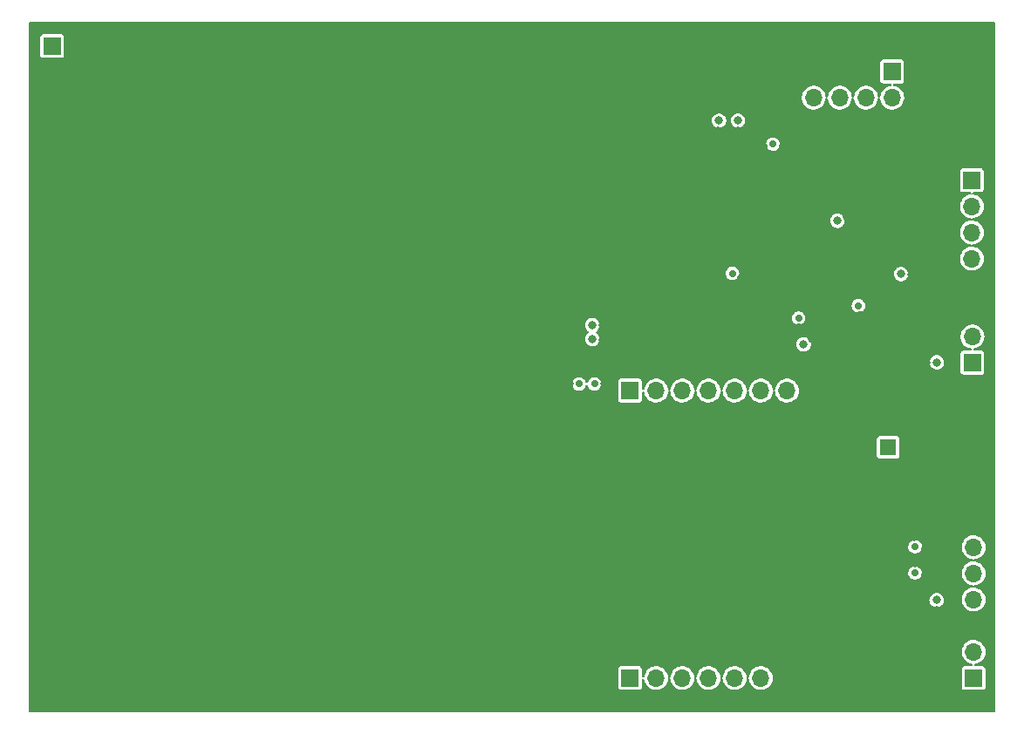
<source format=gbr>
%TF.GenerationSoftware,KiCad,Pcbnew,(6.0.8)*%
%TF.CreationDate,2022-12-06T21:08:53-08:00*%
%TF.ProjectId,motor_controller,6d6f746f-725f-4636-9f6e-74726f6c6c65,B1 (HULA) v0.2*%
%TF.SameCoordinates,Original*%
%TF.FileFunction,Copper,L2,Inr*%
%TF.FilePolarity,Positive*%
%FSLAX46Y46*%
G04 Gerber Fmt 4.6, Leading zero omitted, Abs format (unit mm)*
G04 Created by KiCad (PCBNEW (6.0.8)) date 2022-12-06 21:08:53*
%MOMM*%
%LPD*%
G01*
G04 APERTURE LIST*
%TA.AperFunction,ComponentPad*%
%ADD10R,1.700000X1.700000*%
%TD*%
%TA.AperFunction,ComponentPad*%
%ADD11O,1.700000X1.700000*%
%TD*%
%TA.AperFunction,ComponentPad*%
%ADD12R,1.600000X1.600000*%
%TD*%
%TA.AperFunction,ComponentPad*%
%ADD13C,1.600000*%
%TD*%
%TA.AperFunction,ViaPad*%
%ADD14C,0.800000*%
%TD*%
%TA.AperFunction,ViaPad*%
%ADD15C,0.700000*%
%TD*%
G04 APERTURE END LIST*
D10*
%TO.N,/(5) Motor Driver/VM*%
%TO.C,J501*%
X135440000Y-88640000D03*
D11*
%TO.N,ACTUATOR_POWER_FLAG*%
X137980000Y-88640000D03*
%TO.N,unconnected-(J501-Pad3)*%
X140520000Y-88640000D03*
%TO.N,~{FLT}*%
X143060000Y-88640000D03*
%TO.N,~{SLP}*%
X145600000Y-88640000D03*
%TO.N,PWM*%
X148140000Y-88640000D03*
%TO.N,DIR*%
X150680000Y-88640000D03*
%TO.N,GND*%
X153220000Y-88640000D03*
%TD*%
D10*
%TO.N,/(2) Power Supply/POWER_BUS*%
%TO.C,J201*%
X79350000Y-55175000D03*
D11*
%TO.N,GND*%
X81890000Y-55175000D03*
%TD*%
D10*
%TO.N,CAN_TX*%
%TO.C,J601*%
X168625000Y-68200000D03*
D11*
%TO.N,CAN_RX*%
X168625000Y-70740000D03*
%TO.N,I2C_SDA*%
X168625000Y-73280000D03*
%TO.N,I2C_SCL*%
X168625000Y-75820000D03*
%TD*%
D12*
%TO.N,/(5) Motor Driver/VM*%
%TO.C,C501*%
X160500000Y-94147349D03*
D13*
%TO.N,GND*%
X160500000Y-97647349D03*
%TD*%
D10*
%TO.N,+3V3*%
%TO.C,J603*%
X160890000Y-57650000D03*
D11*
%TO.N,/(6) Peripherals/DIO*%
X160890000Y-60190000D03*
%TO.N,GND*%
X158350000Y-57650000D03*
%TO.N,/(6) Peripherals/SCLK*%
X158350000Y-60190000D03*
%TO.N,GND*%
X155810000Y-57650000D03*
%TO.N,/(6) Peripherals/SWO*%
X155810000Y-60190000D03*
%TO.N,GND*%
X153270000Y-57650000D03*
%TO.N,/(6) Peripherals/RST*%
X153270000Y-60190000D03*
%TD*%
D10*
%TO.N,+12V*%
%TO.C,J502*%
X135440000Y-116560000D03*
D11*
X137980000Y-116560000D03*
%TO.N,PWR_MOTOR_P*%
X140520000Y-116560000D03*
X143060000Y-116560000D03*
%TO.N,PWR_MOTOR_N*%
X145600000Y-116560000D03*
X148140000Y-116560000D03*
%TO.N,GND*%
X150680000Y-116560000D03*
X153220000Y-116560000D03*
%TD*%
D10*
%TO.N,PWR_MOTOR_P*%
%TO.C,J503*%
X168800000Y-116550000D03*
D11*
%TO.N,PWR_MOTOR_N*%
X168800000Y-114010000D03*
%TO.N,GND*%
X168800000Y-111470000D03*
%TO.N,+3V3*%
X168800000Y-108930000D03*
%TO.N,ENC_A*%
X168800000Y-106390000D03*
%TO.N,ENC_B*%
X168800000Y-103850000D03*
%TD*%
D10*
%TO.N,+3V3*%
%TO.C,J602*%
X168675000Y-85925000D03*
D11*
%TO.N,SW_LIMIT*%
X168675000Y-83385000D03*
%TO.N,GND*%
X168675000Y-80845000D03*
%TD*%
D14*
%TO.N,GND*%
X110000000Y-114000000D03*
X115000000Y-73019721D03*
X168981284Y-89018716D03*
X100000000Y-118000000D03*
X136000000Y-68000000D03*
X146000000Y-61000000D03*
X146990089Y-107993862D03*
X169018716Y-94981284D03*
X157000000Y-102000000D03*
X85000000Y-111800000D03*
X125000000Y-61000000D03*
X86000000Y-77000000D03*
X134000000Y-106000000D03*
X115000000Y-79019721D03*
X148983247Y-107993862D03*
X112000000Y-90000000D03*
X155000000Y-108000000D03*
D15*
X148421781Y-64894516D03*
D14*
X116000000Y-60000000D03*
X96000000Y-94000000D03*
X84019721Y-85000000D03*
X128000000Y-90000000D03*
X134000000Y-104000000D03*
X151900000Y-114100000D03*
X117000000Y-73019721D03*
X98000000Y-58700000D03*
X139989032Y-97968154D03*
X112000000Y-56019721D03*
X87000000Y-57000000D03*
X91000000Y-55000000D03*
X87000000Y-116000000D03*
X81000000Y-110000000D03*
X100500000Y-66500000D03*
X169018716Y-96981284D03*
X88000000Y-81000000D03*
X87000000Y-59000000D03*
X132000000Y-76000000D03*
X145895598Y-63424070D03*
X152700000Y-86700000D03*
X124000000Y-90000000D03*
X150976404Y-107993862D03*
X123000000Y-71980279D03*
X84000000Y-75000000D03*
X127000000Y-74019721D03*
D15*
X144100000Y-67200000D03*
D14*
X155750000Y-55750000D03*
X81000000Y-61000000D03*
X150996931Y-65981284D03*
X98000000Y-92000000D03*
X148000000Y-110000000D03*
X84100000Y-56000000D03*
X116000000Y-114000000D03*
X108000000Y-112000000D03*
X152000000Y-71000000D03*
X87000000Y-118000000D03*
X97000000Y-87500000D03*
X133000000Y-66000000D03*
X120000000Y-90000000D03*
D15*
X138525000Y-78275000D03*
D14*
X153018716Y-105018716D03*
X112000000Y-54000000D03*
X130000000Y-118000000D03*
X128000000Y-94000000D03*
X110000000Y-54000000D03*
X157018716Y-105018716D03*
X141000000Y-108000000D03*
X106000000Y-118000000D03*
X82019721Y-81000000D03*
X160998339Y-107993862D03*
X132774070Y-82304402D03*
X127000000Y-76000000D03*
X161018716Y-118018716D03*
X167018716Y-98981284D03*
X121000000Y-61000000D03*
X142000000Y-110000000D03*
X141968154Y-99989384D03*
X117000000Y-79019721D03*
X162749070Y-77354402D03*
X86019721Y-83000000D03*
X140989384Y-54997484D03*
X93000000Y-55000000D03*
X147988831Y-56981284D03*
X126000000Y-118000000D03*
X121000000Y-68019721D03*
X116000000Y-118000000D03*
X122000000Y-112000000D03*
X124000000Y-118000000D03*
X120300000Y-80200000D03*
X123000000Y-61000000D03*
X94000000Y-92000000D03*
X121000000Y-71980279D03*
D15*
X135674100Y-71850000D03*
D14*
X169000000Y-63000000D03*
X118000000Y-58000000D03*
X136000000Y-102000000D03*
X154000000Y-100000000D03*
X86019721Y-81000000D03*
X84000000Y-100000000D03*
D15*
X145125000Y-68725000D03*
D14*
X158250000Y-55750000D03*
X92000000Y-102000000D03*
X94000000Y-71200000D03*
X143945725Y-63416107D03*
X93900000Y-110375000D03*
X157000000Y-110000000D03*
X138000000Y-68000000D03*
X129000000Y-74019721D03*
X84000000Y-67000000D03*
X97000000Y-74000000D03*
X92800000Y-110375000D03*
X91019721Y-87000000D03*
X89000000Y-61000000D03*
D15*
X150300000Y-63750000D03*
D14*
X126000000Y-79000000D03*
X164225497Y-85900000D03*
X87000000Y-55000000D03*
X83000000Y-114000000D03*
X91000000Y-61000000D03*
X110000000Y-112000000D03*
D15*
X145350000Y-74600000D03*
D14*
X108000000Y-114000000D03*
X165200000Y-109999503D03*
X141000000Y-84000000D03*
X86019721Y-79000000D03*
X152000000Y-110000000D03*
X152999446Y-65981284D03*
X88000000Y-85000000D03*
X166300000Y-111500000D03*
X88000000Y-83000000D03*
X140018716Y-93018716D03*
X97000000Y-61000000D03*
X81000000Y-59000000D03*
X151000000Y-105000000D03*
X116000000Y-58000000D03*
X102000000Y-118000000D03*
X84100000Y-54800000D03*
X160000000Y-68000000D03*
X128000000Y-118000000D03*
X123000000Y-74000000D03*
X115000000Y-77000000D03*
X102000000Y-112000000D03*
X86000000Y-73000000D03*
X137000000Y-108000000D03*
X83000000Y-59000000D03*
X139943854Y-103979473D03*
D15*
X148400000Y-66600000D03*
D14*
X126000000Y-92000000D03*
X82019721Y-83000000D03*
X96000000Y-104000000D03*
X85000000Y-116000000D03*
X152000000Y-100000000D03*
X132770398Y-83715491D03*
X143997484Y-60984353D03*
D15*
X146142917Y-77745944D03*
D14*
X92000000Y-100000000D03*
X84019721Y-79000000D03*
X122000000Y-87600000D03*
X130000000Y-94000000D03*
X95019721Y-87500000D03*
X134983800Y-91981284D03*
X94000000Y-90000000D03*
X167000000Y-95000000D03*
X161018716Y-115018716D03*
X150018716Y-93018716D03*
X82000000Y-69000000D03*
X144000000Y-112000000D03*
X89000000Y-116000000D03*
X118000000Y-118000000D03*
X134000000Y-68000000D03*
X120000000Y-112000000D03*
X116000000Y-89991488D03*
X84000000Y-71000000D03*
X112000000Y-58000000D03*
X104000000Y-118000000D03*
X115000000Y-81000000D03*
X86000000Y-75000000D03*
X161018716Y-112018716D03*
X117000000Y-75000000D03*
X147983800Y-60984353D03*
X166962568Y-89037432D03*
X160000000Y-100800000D03*
X88000000Y-96000000D03*
X87980279Y-74986899D03*
X90600000Y-71200000D03*
X135000000Y-66000000D03*
X148000000Y-59000000D03*
X93900000Y-73000000D03*
X82000000Y-71000000D03*
X146991900Y-64989384D03*
X142986869Y-64989384D03*
X162982229Y-102857829D03*
X156983800Y-83981284D03*
X93900000Y-111400000D03*
X79000000Y-110000000D03*
X155000000Y-84000000D03*
X95000000Y-59000000D03*
X106000000Y-112000000D03*
X167000000Y-61000000D03*
X158986315Y-83981284D03*
X129000000Y-76000000D03*
X151900000Y-63800000D03*
X79000000Y-111800000D03*
X98500000Y-87500000D03*
X114000000Y-58000000D03*
X114000000Y-118000000D03*
X138000000Y-106000000D03*
X155990441Y-99989384D03*
X118000000Y-114000000D03*
X106000000Y-114000000D03*
X126000000Y-96000000D03*
D15*
X150255000Y-75200000D03*
D14*
X114000000Y-60000000D03*
X169000000Y-54000000D03*
X122000000Y-90000000D03*
X89000000Y-59000000D03*
X87980279Y-77000000D03*
X166981284Y-91018716D03*
X138000000Y-110000000D03*
X98000000Y-115000000D03*
X117000000Y-81000000D03*
X94000000Y-68900000D03*
X161000000Y-105000000D03*
X88000000Y-79000000D03*
X162000000Y-87000000D03*
X126000000Y-114000000D03*
X84000000Y-102000000D03*
X132000000Y-102000000D03*
X150500000Y-114100000D03*
X166981284Y-93018716D03*
X134000000Y-74000000D03*
X132000000Y-104000000D03*
X139996931Y-111986315D03*
X139000000Y-66000000D03*
X95400000Y-73000000D03*
X128000000Y-79000000D03*
X153136553Y-83603023D03*
X110000000Y-58000000D03*
X144978065Y-107949992D03*
X135000000Y-108000000D03*
X148018716Y-100018716D03*
X155018716Y-102000000D03*
X85000000Y-59000000D03*
X103700000Y-71200000D03*
X123000000Y-70000000D03*
X137000000Y-64000000D03*
X95000000Y-57000000D03*
X126000000Y-88000000D03*
X119000000Y-61019721D03*
X114000000Y-89991488D03*
X132000000Y-74000000D03*
D15*
X156500000Y-87800000D03*
D14*
X112000000Y-118000000D03*
X132000000Y-68000000D03*
X124000000Y-79000000D03*
X163018716Y-89018716D03*
X149018716Y-105018716D03*
D15*
X154300000Y-81200000D03*
D14*
X93000000Y-61000000D03*
X128000000Y-96000000D03*
X83000000Y-111800000D03*
X96000000Y-90000000D03*
X100000000Y-114000000D03*
D15*
X137349100Y-75025000D03*
D14*
X152018716Y-93018716D03*
X159000000Y-105000000D03*
X91675000Y-115300000D03*
X91000000Y-59000000D03*
X142991900Y-56981284D03*
X79000000Y-114000000D03*
X87000000Y-111800000D03*
D15*
X157747877Y-81287264D03*
D14*
X94000000Y-94000000D03*
X159018716Y-118018716D03*
X118000000Y-90000000D03*
X82000000Y-77000000D03*
X158600000Y-100800000D03*
X82850000Y-57200000D03*
X143000000Y-84000000D03*
X81450000Y-57200000D03*
X118000000Y-56019721D03*
X132000000Y-72000000D03*
X87000000Y-110000000D03*
X83000000Y-118000000D03*
X110000000Y-60000000D03*
X92800000Y-111400000D03*
X116000000Y-112000000D03*
X142010263Y-97968154D03*
X132949503Y-88000000D03*
X102000000Y-114000000D03*
X154000000Y-110000000D03*
X87000000Y-61000000D03*
X96000000Y-102000000D03*
X130000000Y-116000000D03*
X126000000Y-94000000D03*
X163000000Y-110000000D03*
X155018716Y-105018716D03*
X122000000Y-114000000D03*
X134000000Y-72000000D03*
X104000000Y-114000000D03*
X126000000Y-116000000D03*
X85000000Y-61000000D03*
X163000000Y-115000000D03*
X134000000Y-78000000D03*
X123000000Y-68019721D03*
X162300000Y-63150000D03*
X163850000Y-56500000D03*
X163996931Y-78989384D03*
X141000000Y-57000000D03*
X143000000Y-55000000D03*
X156517521Y-71817345D03*
X159018716Y-102500000D03*
X79000000Y-116000000D03*
X130000000Y-114000000D03*
X81000000Y-116000000D03*
X99000000Y-74000000D03*
X122000000Y-118000000D03*
X147018716Y-105018716D03*
X98000000Y-118000000D03*
X81000000Y-111800000D03*
X153200000Y-114100000D03*
X89000000Y-55000000D03*
X145988680Y-109999295D03*
X129550497Y-88000000D03*
X92000000Y-97900000D03*
X162300000Y-100800000D03*
X114000000Y-54000000D03*
X83000000Y-61000000D03*
X161200000Y-100800000D03*
X128000000Y-92000000D03*
X81000000Y-114000000D03*
X121000000Y-70000000D03*
X93000000Y-57000000D03*
X98000000Y-96000000D03*
X144018716Y-93018716D03*
X143000000Y-82000000D03*
X104000000Y-112000000D03*
X135982542Y-103985611D03*
X157000000Y-108000000D03*
X164000000Y-81000000D03*
X99000000Y-72000000D03*
X98000000Y-57600000D03*
X123000000Y-75980279D03*
X134000000Y-80000000D03*
X169018716Y-98981284D03*
X133000000Y-64000000D03*
X161000000Y-110000000D03*
X84000000Y-98000000D03*
X165000000Y-118000000D03*
X157018716Y-112018716D03*
X87980279Y-72986899D03*
X135000000Y-61000000D03*
X137000000Y-61000000D03*
X84000000Y-73000000D03*
X97000000Y-55000000D03*
X130000000Y-102000000D03*
X150000000Y-110000000D03*
X114000000Y-56019721D03*
X159018716Y-112018716D03*
X126000000Y-90000000D03*
X110000000Y-118000000D03*
X137950696Y-101958243D03*
X167000000Y-63000000D03*
D15*
X141775000Y-72925000D03*
D14*
X119000000Y-77000000D03*
X139989032Y-95989032D03*
X89000000Y-118000000D03*
X163000000Y-112000000D03*
X87000000Y-114000000D03*
X119000000Y-73019721D03*
X150300000Y-56500000D03*
X136000000Y-106000000D03*
X169000000Y-56000000D03*
X124000000Y-112000000D03*
X118000000Y-54000000D03*
X96000000Y-98000000D03*
X124000000Y-88000000D03*
X112000000Y-60000000D03*
X151000000Y-102000000D03*
X141974291Y-105984907D03*
X159018716Y-115018716D03*
X114000000Y-114000000D03*
X140989384Y-58965085D03*
X130000000Y-96000000D03*
X83000000Y-116000000D03*
X96000000Y-100000000D03*
X101800000Y-66500000D03*
X163000000Y-108000000D03*
X163018716Y-118018716D03*
X84000000Y-77000000D03*
X86000000Y-71000000D03*
X161018716Y-102500000D03*
X82000000Y-102000000D03*
X119000000Y-75000000D03*
X93000000Y-59000000D03*
X133000000Y-61000000D03*
X82000000Y-98000000D03*
X91100000Y-118200000D03*
X157018716Y-115018716D03*
X132000000Y-78000000D03*
X159982542Y-77978769D03*
X96000000Y-96000000D03*
X142018716Y-93018716D03*
X108000000Y-118000000D03*
X165000000Y-112000000D03*
X136986315Y-93983800D03*
X153250000Y-55750000D03*
X169000000Y-91000000D03*
X164700000Y-54700000D03*
X150000000Y-100000000D03*
X161000000Y-84000000D03*
X131000000Y-64000000D03*
X88000000Y-87000000D03*
X129000000Y-61000000D03*
X90000000Y-96000000D03*
X90000000Y-74000000D03*
X95000000Y-61000000D03*
X129000000Y-64000000D03*
X141990089Y-111986315D03*
X137000000Y-66000000D03*
X162000000Y-66000000D03*
X84019721Y-81000000D03*
X85000000Y-110000000D03*
X128000000Y-116000000D03*
X135982542Y-109993157D03*
X119000000Y-67019721D03*
X129200000Y-71300000D03*
X93019721Y-87000000D03*
X121300000Y-80200000D03*
X138000000Y-112000000D03*
X167000000Y-65000000D03*
X121000000Y-74000000D03*
X141968154Y-95989032D03*
X144000000Y-110000000D03*
X134000000Y-76000000D03*
X116000000Y-54000000D03*
X131000000Y-66000000D03*
X86019721Y-85000000D03*
X119000000Y-63000000D03*
X118000000Y-112000000D03*
X98000000Y-56600000D03*
X121000000Y-75980279D03*
D15*
X144850000Y-78550000D03*
D14*
X134000000Y-102000000D03*
X86019721Y-87000000D03*
X117000000Y-77000000D03*
X96000000Y-92000000D03*
X146000000Y-93000000D03*
X145986315Y-58983800D03*
X134000000Y-70000000D03*
X142984907Y-107978065D03*
X82019721Y-79000000D03*
X85000000Y-118000000D03*
X152997635Y-107993862D03*
X120000000Y-118000000D03*
X128000000Y-112000000D03*
X153018716Y-102000000D03*
X119000000Y-71000000D03*
X112000000Y-114000000D03*
D15*
X138999100Y-75000000D03*
D14*
X124000000Y-116000000D03*
X119000000Y-69000000D03*
D15*
X149875000Y-80350000D03*
D14*
X100000000Y-96000000D03*
X82000000Y-67000000D03*
X144018716Y-100018716D03*
X154000000Y-93000000D03*
X144994415Y-54997484D03*
X140000000Y-68000000D03*
X120000000Y-114000000D03*
X167000000Y-56000000D03*
X154000000Y-86700000D03*
X166500000Y-80800000D03*
X159000000Y-110000000D03*
X115000000Y-75000000D03*
X89000000Y-57000000D03*
X110000000Y-90000000D03*
X163100000Y-105400497D03*
X131000000Y-61000000D03*
X169000000Y-65000000D03*
X127000000Y-61000000D03*
X148018716Y-93018716D03*
X146018716Y-100018716D03*
X95000000Y-55000000D03*
X81000000Y-118000000D03*
X82000000Y-73000000D03*
X108000000Y-90000000D03*
X112000000Y-112000000D03*
X114000000Y-112000000D03*
X116000000Y-56019721D03*
D15*
X151800000Y-82499503D03*
D14*
X90600000Y-68900000D03*
X139000000Y-108000000D03*
X137975700Y-103985611D03*
X169000000Y-93000000D03*
X144989384Y-64989384D03*
X135000000Y-64000000D03*
X82000000Y-75000000D03*
X127990692Y-87987523D03*
X84000000Y-69000000D03*
X128000000Y-114000000D03*
X110000000Y-56019721D03*
X82019721Y-85000000D03*
X79000000Y-118000000D03*
X94000000Y-96000000D03*
X119000000Y-65000000D03*
X132000000Y-70000000D03*
X154000000Y-69000000D03*
X85000000Y-114000000D03*
X118000000Y-60000000D03*
X91000000Y-57000000D03*
X83000000Y-110000000D03*
X167000000Y-54000000D03*
X84019721Y-83000000D03*
X98000000Y-90000000D03*
X92000000Y-96000000D03*
X158977109Y-107993862D03*
X82000000Y-100000000D03*
X84019721Y-87000000D03*
X82019721Y-87000000D03*
X140000000Y-106000000D03*
X169000000Y-61000000D03*
X167000000Y-97000000D03*
X139996931Y-109993157D03*
D15*
%TO.N,NRST*%
X149300000Y-64700000D03*
X145384621Y-77262114D03*
%TO.N,SRAM_~{CS}*%
X151800000Y-81600000D03*
X157600000Y-80400000D03*
%TO.N,ENC_A*%
X163100000Y-106350000D03*
X130500000Y-88000000D03*
%TO.N,ENC_B*%
X132000000Y-88000000D03*
X163100000Y-103800000D03*
D14*
%TO.N,+3V3*%
X165200000Y-109000000D03*
X152300000Y-84150000D03*
X144075000Y-62425000D03*
X145925000Y-62425000D03*
X161750000Y-77325000D03*
X155575000Y-72150000D03*
X165225000Y-85900000D03*
X131775000Y-83625000D03*
X131775000Y-82275000D03*
%TD*%
%TA.AperFunction,Conductor*%
%TO.N,GND*%
G36*
X170841621Y-52845502D02*
G01*
X170888114Y-52899158D01*
X170899500Y-52951500D01*
X170899500Y-119773500D01*
X170879498Y-119841621D01*
X170825842Y-119888114D01*
X170773500Y-119899500D01*
X77176500Y-119899500D01*
X77108379Y-119879498D01*
X77061886Y-119825842D01*
X77050500Y-119773500D01*
X77050500Y-117454646D01*
X134289500Y-117454646D01*
X134292618Y-117480846D01*
X134338061Y-117583153D01*
X134346294Y-117591372D01*
X134346295Y-117591373D01*
X134372363Y-117617395D01*
X134417287Y-117662241D01*
X134427924Y-117666944D01*
X134427926Y-117666945D01*
X134465382Y-117683504D01*
X134519673Y-117707506D01*
X134545354Y-117710500D01*
X136334646Y-117710500D01*
X136338350Y-117710059D01*
X136338353Y-117710059D01*
X136345746Y-117709179D01*
X136360846Y-117707382D01*
X136377297Y-117700075D01*
X136452518Y-117666663D01*
X136463153Y-117661939D01*
X136542241Y-117582713D01*
X136551170Y-117562518D01*
X136573265Y-117512538D01*
X136587506Y-117480327D01*
X136590500Y-117454646D01*
X136590500Y-116770673D01*
X136610502Y-116702552D01*
X136664158Y-116656059D01*
X136734432Y-116645955D01*
X136799012Y-116675449D01*
X136837396Y-116735175D01*
X136838658Y-116740784D01*
X136838796Y-116740749D01*
X136890845Y-116945690D01*
X136979369Y-117137714D01*
X137101405Y-117310391D01*
X137105539Y-117314418D01*
X137245727Y-117450983D01*
X137252865Y-117457937D01*
X137257661Y-117461142D01*
X137257664Y-117461144D01*
X137400936Y-117556875D01*
X137428677Y-117575411D01*
X137433985Y-117577692D01*
X137433986Y-117577692D01*
X137617650Y-117656600D01*
X137617653Y-117656601D01*
X137622953Y-117658878D01*
X137628582Y-117660152D01*
X137628583Y-117660152D01*
X137823550Y-117704269D01*
X137823553Y-117704269D01*
X137829186Y-117705544D01*
X137834957Y-117705771D01*
X137834959Y-117705771D01*
X137896989Y-117708208D01*
X138040470Y-117713846D01*
X138046179Y-117713018D01*
X138046183Y-117713018D01*
X138244015Y-117684333D01*
X138244019Y-117684332D01*
X138249730Y-117683504D01*
X138327971Y-117656945D01*
X138444483Y-117617395D01*
X138444488Y-117617393D01*
X138449955Y-117615537D01*
X138493103Y-117591373D01*
X138629395Y-117515046D01*
X138629399Y-117515043D01*
X138634442Y-117512219D01*
X138797012Y-117377012D01*
X138932219Y-117214442D01*
X138935043Y-117209399D01*
X138935046Y-117209395D01*
X139032713Y-117034998D01*
X139032714Y-117034996D01*
X139035537Y-117029955D01*
X139037393Y-117024488D01*
X139037395Y-117024483D01*
X139101647Y-116835200D01*
X139103504Y-116829730D01*
X139116406Y-116740749D01*
X139125090Y-116680860D01*
X139154660Y-116616315D01*
X139214432Y-116578003D01*
X139285429Y-116578087D01*
X139345109Y-116616542D01*
X139374525Y-116681158D01*
X139375515Y-116690695D01*
X139378796Y-116740749D01*
X139380217Y-116746345D01*
X139380218Y-116746350D01*
X139402784Y-116835200D01*
X139430845Y-116945690D01*
X139519369Y-117137714D01*
X139641405Y-117310391D01*
X139645539Y-117314418D01*
X139785727Y-117450983D01*
X139792865Y-117457937D01*
X139797661Y-117461142D01*
X139797664Y-117461144D01*
X139940936Y-117556875D01*
X139968677Y-117575411D01*
X139973985Y-117577692D01*
X139973986Y-117577692D01*
X140157650Y-117656600D01*
X140157653Y-117656601D01*
X140162953Y-117658878D01*
X140168582Y-117660152D01*
X140168583Y-117660152D01*
X140363550Y-117704269D01*
X140363553Y-117704269D01*
X140369186Y-117705544D01*
X140374957Y-117705771D01*
X140374959Y-117705771D01*
X140436989Y-117708208D01*
X140580470Y-117713846D01*
X140586179Y-117713018D01*
X140586183Y-117713018D01*
X140784015Y-117684333D01*
X140784019Y-117684332D01*
X140789730Y-117683504D01*
X140867971Y-117656945D01*
X140984483Y-117617395D01*
X140984488Y-117617393D01*
X140989955Y-117615537D01*
X141033103Y-117591373D01*
X141169395Y-117515046D01*
X141169399Y-117515043D01*
X141174442Y-117512219D01*
X141337012Y-117377012D01*
X141472219Y-117214442D01*
X141475043Y-117209399D01*
X141475046Y-117209395D01*
X141572713Y-117034998D01*
X141572714Y-117034996D01*
X141575537Y-117029955D01*
X141577393Y-117024488D01*
X141577395Y-117024483D01*
X141641647Y-116835200D01*
X141643504Y-116829730D01*
X141656406Y-116740749D01*
X141665090Y-116680860D01*
X141694660Y-116616315D01*
X141754432Y-116578003D01*
X141825429Y-116578087D01*
X141885109Y-116616542D01*
X141914525Y-116681158D01*
X141915515Y-116690695D01*
X141918796Y-116740749D01*
X141920217Y-116746345D01*
X141920218Y-116746350D01*
X141942784Y-116835200D01*
X141970845Y-116945690D01*
X142059369Y-117137714D01*
X142181405Y-117310391D01*
X142185539Y-117314418D01*
X142325727Y-117450983D01*
X142332865Y-117457937D01*
X142337661Y-117461142D01*
X142337664Y-117461144D01*
X142480936Y-117556875D01*
X142508677Y-117575411D01*
X142513985Y-117577692D01*
X142513986Y-117577692D01*
X142697650Y-117656600D01*
X142697653Y-117656601D01*
X142702953Y-117658878D01*
X142708582Y-117660152D01*
X142708583Y-117660152D01*
X142903550Y-117704269D01*
X142903553Y-117704269D01*
X142909186Y-117705544D01*
X142914957Y-117705771D01*
X142914959Y-117705771D01*
X142976989Y-117708208D01*
X143120470Y-117713846D01*
X143126179Y-117713018D01*
X143126183Y-117713018D01*
X143324015Y-117684333D01*
X143324019Y-117684332D01*
X143329730Y-117683504D01*
X143407971Y-117656945D01*
X143524483Y-117617395D01*
X143524488Y-117617393D01*
X143529955Y-117615537D01*
X143573103Y-117591373D01*
X143709395Y-117515046D01*
X143709399Y-117515043D01*
X143714442Y-117512219D01*
X143877012Y-117377012D01*
X144012219Y-117214442D01*
X144015043Y-117209399D01*
X144015046Y-117209395D01*
X144112713Y-117034998D01*
X144112714Y-117034996D01*
X144115537Y-117029955D01*
X144117393Y-117024488D01*
X144117395Y-117024483D01*
X144181647Y-116835200D01*
X144183504Y-116829730D01*
X144196406Y-116740749D01*
X144205090Y-116680860D01*
X144234660Y-116616315D01*
X144294432Y-116578003D01*
X144365429Y-116578087D01*
X144425109Y-116616542D01*
X144454525Y-116681158D01*
X144455515Y-116690695D01*
X144458796Y-116740749D01*
X144460217Y-116746345D01*
X144460218Y-116746350D01*
X144482784Y-116835200D01*
X144510845Y-116945690D01*
X144599369Y-117137714D01*
X144721405Y-117310391D01*
X144725539Y-117314418D01*
X144865727Y-117450983D01*
X144872865Y-117457937D01*
X144877661Y-117461142D01*
X144877664Y-117461144D01*
X145020936Y-117556875D01*
X145048677Y-117575411D01*
X145053985Y-117577692D01*
X145053986Y-117577692D01*
X145237650Y-117656600D01*
X145237653Y-117656601D01*
X145242953Y-117658878D01*
X145248582Y-117660152D01*
X145248583Y-117660152D01*
X145443550Y-117704269D01*
X145443553Y-117704269D01*
X145449186Y-117705544D01*
X145454957Y-117705771D01*
X145454959Y-117705771D01*
X145516989Y-117708208D01*
X145660470Y-117713846D01*
X145666179Y-117713018D01*
X145666183Y-117713018D01*
X145864015Y-117684333D01*
X145864019Y-117684332D01*
X145869730Y-117683504D01*
X145947971Y-117656945D01*
X146064483Y-117617395D01*
X146064488Y-117617393D01*
X146069955Y-117615537D01*
X146113103Y-117591373D01*
X146249395Y-117515046D01*
X146249399Y-117515043D01*
X146254442Y-117512219D01*
X146417012Y-117377012D01*
X146552219Y-117214442D01*
X146555043Y-117209399D01*
X146555046Y-117209395D01*
X146652713Y-117034998D01*
X146652714Y-117034996D01*
X146655537Y-117029955D01*
X146657393Y-117024488D01*
X146657395Y-117024483D01*
X146721647Y-116835200D01*
X146723504Y-116829730D01*
X146736406Y-116740749D01*
X146745090Y-116680860D01*
X146774660Y-116616315D01*
X146834432Y-116578003D01*
X146905429Y-116578087D01*
X146965109Y-116616542D01*
X146994525Y-116681158D01*
X146995515Y-116690695D01*
X146998796Y-116740749D01*
X147000217Y-116746345D01*
X147000218Y-116746350D01*
X147022784Y-116835200D01*
X147050845Y-116945690D01*
X147139369Y-117137714D01*
X147261405Y-117310391D01*
X147265539Y-117314418D01*
X147405727Y-117450983D01*
X147412865Y-117457937D01*
X147417661Y-117461142D01*
X147417664Y-117461144D01*
X147560936Y-117556875D01*
X147588677Y-117575411D01*
X147593985Y-117577692D01*
X147593986Y-117577692D01*
X147777650Y-117656600D01*
X147777653Y-117656601D01*
X147782953Y-117658878D01*
X147788582Y-117660152D01*
X147788583Y-117660152D01*
X147983550Y-117704269D01*
X147983553Y-117704269D01*
X147989186Y-117705544D01*
X147994957Y-117705771D01*
X147994959Y-117705771D01*
X148056989Y-117708208D01*
X148200470Y-117713846D01*
X148206179Y-117713018D01*
X148206183Y-117713018D01*
X148404015Y-117684333D01*
X148404019Y-117684332D01*
X148409730Y-117683504D01*
X148487971Y-117656945D01*
X148604483Y-117617395D01*
X148604488Y-117617393D01*
X148609955Y-117615537D01*
X148653103Y-117591373D01*
X148789395Y-117515046D01*
X148789399Y-117515043D01*
X148794442Y-117512219D01*
X148957012Y-117377012D01*
X149092219Y-117214442D01*
X149095043Y-117209399D01*
X149095046Y-117209395D01*
X149192713Y-117034998D01*
X149192714Y-117034996D01*
X149195537Y-117029955D01*
X149197393Y-117024488D01*
X149197395Y-117024483D01*
X149261647Y-116835200D01*
X149263504Y-116829730D01*
X149277243Y-116734981D01*
X149293314Y-116624140D01*
X149293314Y-116624138D01*
X149293846Y-116620470D01*
X149295429Y-116560000D01*
X149276081Y-116349440D01*
X149218686Y-116145931D01*
X149207553Y-116123354D01*
X149127719Y-115961469D01*
X149125165Y-115956290D01*
X148998651Y-115786867D01*
X148871236Y-115669086D01*
X148847622Y-115647257D01*
X148847620Y-115647255D01*
X148843381Y-115643337D01*
X148836751Y-115639154D01*
X148669434Y-115533584D01*
X148669433Y-115533584D01*
X148664554Y-115530505D01*
X148468160Y-115452152D01*
X148462503Y-115451027D01*
X148462497Y-115451025D01*
X148266442Y-115412028D01*
X148266440Y-115412028D01*
X148260775Y-115410901D01*
X148255000Y-115410825D01*
X148254996Y-115410825D01*
X148148976Y-115409437D01*
X148049346Y-115408133D01*
X148043649Y-115409112D01*
X148043648Y-115409112D01*
X147846650Y-115442962D01*
X147846649Y-115442962D01*
X147840953Y-115443941D01*
X147642575Y-115517127D01*
X147637614Y-115520079D01*
X147637613Y-115520079D01*
X147591553Y-115547482D01*
X147460856Y-115625238D01*
X147301881Y-115764655D01*
X147170976Y-115930708D01*
X147168287Y-115935819D01*
X147168285Y-115935822D01*
X147154792Y-115961469D01*
X147072523Y-116117836D01*
X147009820Y-116319773D01*
X147009141Y-116325510D01*
X146995088Y-116444239D01*
X146967217Y-116509537D01*
X146908469Y-116549401D01*
X146837494Y-116551174D01*
X146776828Y-116514295D01*
X146745730Y-116450471D01*
X146744490Y-116440958D01*
X146739716Y-116388995D01*
X146736081Y-116349440D01*
X146678686Y-116145931D01*
X146667553Y-116123354D01*
X146587719Y-115961469D01*
X146585165Y-115956290D01*
X146458651Y-115786867D01*
X146331236Y-115669086D01*
X146307622Y-115647257D01*
X146307620Y-115647255D01*
X146303381Y-115643337D01*
X146296751Y-115639154D01*
X146129434Y-115533584D01*
X146129433Y-115533584D01*
X146124554Y-115530505D01*
X145928160Y-115452152D01*
X145922503Y-115451027D01*
X145922497Y-115451025D01*
X145726442Y-115412028D01*
X145726440Y-115412028D01*
X145720775Y-115410901D01*
X145715000Y-115410825D01*
X145714996Y-115410825D01*
X145608976Y-115409437D01*
X145509346Y-115408133D01*
X145503649Y-115409112D01*
X145503648Y-115409112D01*
X145306650Y-115442962D01*
X145306649Y-115442962D01*
X145300953Y-115443941D01*
X145102575Y-115517127D01*
X145097614Y-115520079D01*
X145097613Y-115520079D01*
X145051553Y-115547482D01*
X144920856Y-115625238D01*
X144761881Y-115764655D01*
X144630976Y-115930708D01*
X144628287Y-115935819D01*
X144628285Y-115935822D01*
X144614792Y-115961469D01*
X144532523Y-116117836D01*
X144469820Y-116319773D01*
X144469141Y-116325510D01*
X144455088Y-116444239D01*
X144427217Y-116509537D01*
X144368469Y-116549401D01*
X144297494Y-116551174D01*
X144236828Y-116514295D01*
X144205730Y-116450471D01*
X144204490Y-116440958D01*
X144199716Y-116388995D01*
X144196081Y-116349440D01*
X144138686Y-116145931D01*
X144127553Y-116123354D01*
X144047719Y-115961469D01*
X144045165Y-115956290D01*
X143918651Y-115786867D01*
X143791236Y-115669086D01*
X143767622Y-115647257D01*
X143767620Y-115647255D01*
X143763381Y-115643337D01*
X143756751Y-115639154D01*
X143589434Y-115533584D01*
X143589433Y-115533584D01*
X143584554Y-115530505D01*
X143388160Y-115452152D01*
X143382503Y-115451027D01*
X143382497Y-115451025D01*
X143186442Y-115412028D01*
X143186440Y-115412028D01*
X143180775Y-115410901D01*
X143175000Y-115410825D01*
X143174996Y-115410825D01*
X143068976Y-115409437D01*
X142969346Y-115408133D01*
X142963649Y-115409112D01*
X142963648Y-115409112D01*
X142766650Y-115442962D01*
X142766649Y-115442962D01*
X142760953Y-115443941D01*
X142562575Y-115517127D01*
X142557614Y-115520079D01*
X142557613Y-115520079D01*
X142511553Y-115547482D01*
X142380856Y-115625238D01*
X142221881Y-115764655D01*
X142090976Y-115930708D01*
X142088287Y-115935819D01*
X142088285Y-115935822D01*
X142074792Y-115961469D01*
X141992523Y-116117836D01*
X141929820Y-116319773D01*
X141929141Y-116325510D01*
X141915088Y-116444239D01*
X141887217Y-116509537D01*
X141828469Y-116549401D01*
X141757494Y-116551174D01*
X141696828Y-116514295D01*
X141665730Y-116450471D01*
X141664490Y-116440958D01*
X141659716Y-116388995D01*
X141656081Y-116349440D01*
X141598686Y-116145931D01*
X141587553Y-116123354D01*
X141507719Y-115961469D01*
X141505165Y-115956290D01*
X141378651Y-115786867D01*
X141251236Y-115669086D01*
X141227622Y-115647257D01*
X141227620Y-115647255D01*
X141223381Y-115643337D01*
X141216751Y-115639154D01*
X141049434Y-115533584D01*
X141049433Y-115533584D01*
X141044554Y-115530505D01*
X140848160Y-115452152D01*
X140842503Y-115451027D01*
X140842497Y-115451025D01*
X140646442Y-115412028D01*
X140646440Y-115412028D01*
X140640775Y-115410901D01*
X140635000Y-115410825D01*
X140634996Y-115410825D01*
X140528976Y-115409437D01*
X140429346Y-115408133D01*
X140423649Y-115409112D01*
X140423648Y-115409112D01*
X140226650Y-115442962D01*
X140226649Y-115442962D01*
X140220953Y-115443941D01*
X140022575Y-115517127D01*
X140017614Y-115520079D01*
X140017613Y-115520079D01*
X139971553Y-115547482D01*
X139840856Y-115625238D01*
X139681881Y-115764655D01*
X139550976Y-115930708D01*
X139548287Y-115935819D01*
X139548285Y-115935822D01*
X139534792Y-115961469D01*
X139452523Y-116117836D01*
X139389820Y-116319773D01*
X139389141Y-116325510D01*
X139375088Y-116444239D01*
X139347217Y-116509537D01*
X139288469Y-116549401D01*
X139217494Y-116551174D01*
X139156828Y-116514295D01*
X139125730Y-116450471D01*
X139124490Y-116440958D01*
X139119716Y-116388995D01*
X139116081Y-116349440D01*
X139058686Y-116145931D01*
X139047553Y-116123354D01*
X138967719Y-115961469D01*
X138965165Y-115956290D01*
X138838651Y-115786867D01*
X138711236Y-115669086D01*
X138687622Y-115647257D01*
X138687620Y-115647255D01*
X138683381Y-115643337D01*
X138676751Y-115639154D01*
X138509434Y-115533584D01*
X138509433Y-115533584D01*
X138504554Y-115530505D01*
X138308160Y-115452152D01*
X138302503Y-115451027D01*
X138302497Y-115451025D01*
X138106442Y-115412028D01*
X138106440Y-115412028D01*
X138100775Y-115410901D01*
X138095000Y-115410825D01*
X138094996Y-115410825D01*
X137988976Y-115409437D01*
X137889346Y-115408133D01*
X137883649Y-115409112D01*
X137883648Y-115409112D01*
X137686650Y-115442962D01*
X137686649Y-115442962D01*
X137680953Y-115443941D01*
X137482575Y-115517127D01*
X137477614Y-115520079D01*
X137477613Y-115520079D01*
X137431553Y-115547482D01*
X137300856Y-115625238D01*
X137141881Y-115764655D01*
X137010976Y-115930708D01*
X137008287Y-115935819D01*
X137008285Y-115935822D01*
X136994792Y-115961469D01*
X136912523Y-116117836D01*
X136849820Y-116319773D01*
X136849141Y-116325510D01*
X136841627Y-116388995D01*
X136813756Y-116454292D01*
X136755008Y-116494156D01*
X136684034Y-116495930D01*
X136623367Y-116459051D01*
X136592269Y-116395227D01*
X136590500Y-116374185D01*
X136590500Y-115665354D01*
X136587382Y-115639154D01*
X136541939Y-115536847D01*
X136533444Y-115528366D01*
X136470945Y-115465977D01*
X136462713Y-115457759D01*
X136452076Y-115453056D01*
X136452074Y-115453055D01*
X136392538Y-115426735D01*
X136360327Y-115412494D01*
X136334646Y-115409500D01*
X134545354Y-115409500D01*
X134541650Y-115409941D01*
X134541647Y-115409941D01*
X134534254Y-115410821D01*
X134519154Y-115412618D01*
X134510514Y-115416456D01*
X134510513Y-115416456D01*
X134444131Y-115445942D01*
X134416847Y-115458061D01*
X134337759Y-115537287D01*
X134292494Y-115639673D01*
X134289500Y-115665354D01*
X134289500Y-117454646D01*
X77050500Y-117454646D01*
X77050500Y-113979754D01*
X167644967Y-113979754D01*
X167658796Y-114190749D01*
X167660217Y-114196345D01*
X167660218Y-114196350D01*
X167682784Y-114285200D01*
X167710845Y-114395690D01*
X167799369Y-114587714D01*
X167921405Y-114760391D01*
X168072865Y-114907937D01*
X168077661Y-114911142D01*
X168077664Y-114911144D01*
X168220936Y-115006875D01*
X168248677Y-115025411D01*
X168253985Y-115027692D01*
X168253986Y-115027692D01*
X168437650Y-115106600D01*
X168437653Y-115106601D01*
X168442953Y-115108878D01*
X168448582Y-115110152D01*
X168448583Y-115110152D01*
X168627368Y-115150607D01*
X168689395Y-115185150D01*
X168722899Y-115247743D01*
X168717245Y-115318514D01*
X168674226Y-115374994D01*
X168607501Y-115399249D01*
X168599560Y-115399500D01*
X167905354Y-115399500D01*
X167901650Y-115399941D01*
X167901647Y-115399941D01*
X167894254Y-115400821D01*
X167879154Y-115402618D01*
X167870514Y-115406456D01*
X167870513Y-115406456D01*
X167788117Y-115443055D01*
X167776847Y-115448061D01*
X167697759Y-115527287D01*
X167693056Y-115537924D01*
X167693055Y-115537926D01*
X167688634Y-115547926D01*
X167652494Y-115629673D01*
X167649500Y-115655354D01*
X167649500Y-117444646D01*
X167652618Y-117470846D01*
X167656456Y-117479486D01*
X167656456Y-117479487D01*
X167670995Y-117512219D01*
X167698061Y-117573153D01*
X167706294Y-117581372D01*
X167706295Y-117581373D01*
X167708078Y-117583153D01*
X167777287Y-117652241D01*
X167787924Y-117656944D01*
X167787926Y-117656945D01*
X167809908Y-117666663D01*
X167879673Y-117697506D01*
X167905354Y-117700500D01*
X169694646Y-117700500D01*
X169698350Y-117700059D01*
X169698353Y-117700059D01*
X169705746Y-117699179D01*
X169720846Y-117697382D01*
X169790005Y-117666663D01*
X169812518Y-117656663D01*
X169823153Y-117651939D01*
X169902241Y-117572713D01*
X169928986Y-117512219D01*
X169939254Y-117488992D01*
X169947506Y-117470327D01*
X169950500Y-117444646D01*
X169950500Y-115655354D01*
X169947382Y-115629154D01*
X169901939Y-115526847D01*
X169822713Y-115447759D01*
X169812076Y-115443056D01*
X169812074Y-115443055D01*
X169739171Y-115410825D01*
X169720327Y-115402494D01*
X169694646Y-115399500D01*
X168982291Y-115399500D01*
X168914170Y-115379498D01*
X168867677Y-115325842D01*
X168857573Y-115255568D01*
X168887067Y-115190988D01*
X168946793Y-115152604D01*
X168964211Y-115148804D01*
X169064013Y-115134333D01*
X169064014Y-115134333D01*
X169069730Y-115133504D01*
X169148987Y-115106600D01*
X169264483Y-115067395D01*
X169264488Y-115067393D01*
X169269955Y-115065537D01*
X169274998Y-115062713D01*
X169449395Y-114965046D01*
X169449399Y-114965043D01*
X169454442Y-114962219D01*
X169617012Y-114827012D01*
X169752219Y-114664442D01*
X169755043Y-114659399D01*
X169755046Y-114659395D01*
X169852713Y-114484998D01*
X169852714Y-114484996D01*
X169855537Y-114479955D01*
X169857393Y-114474488D01*
X169857395Y-114474483D01*
X169921647Y-114285200D01*
X169923504Y-114279730D01*
X169953846Y-114070470D01*
X169955429Y-114010000D01*
X169936081Y-113799440D01*
X169878686Y-113595931D01*
X169867553Y-113573354D01*
X169787719Y-113411469D01*
X169785165Y-113406290D01*
X169658651Y-113236867D01*
X169503381Y-113093337D01*
X169324554Y-112980505D01*
X169128160Y-112902152D01*
X169122503Y-112901027D01*
X169122497Y-112901025D01*
X168926442Y-112862028D01*
X168926440Y-112862028D01*
X168920775Y-112860901D01*
X168915000Y-112860825D01*
X168914996Y-112860825D01*
X168808976Y-112859437D01*
X168709346Y-112858133D01*
X168703649Y-112859112D01*
X168703648Y-112859112D01*
X168506650Y-112892962D01*
X168506649Y-112892962D01*
X168500953Y-112893941D01*
X168302575Y-112967127D01*
X168297614Y-112970079D01*
X168297613Y-112970079D01*
X168280089Y-112980505D01*
X168120856Y-113075238D01*
X167961881Y-113214655D01*
X167830976Y-113380708D01*
X167828287Y-113385819D01*
X167828285Y-113385822D01*
X167814792Y-113411469D01*
X167732523Y-113567836D01*
X167669820Y-113769773D01*
X167644967Y-113979754D01*
X77050500Y-113979754D01*
X77050500Y-108992611D01*
X164494394Y-108992611D01*
X164512999Y-109161135D01*
X164571266Y-109320356D01*
X164575502Y-109326659D01*
X164575502Y-109326660D01*
X164588574Y-109346113D01*
X164665830Y-109461083D01*
X164671442Y-109466190D01*
X164671445Y-109466193D01*
X164785612Y-109570077D01*
X164785616Y-109570080D01*
X164791233Y-109575191D01*
X164797906Y-109578814D01*
X164797910Y-109578817D01*
X164933558Y-109652467D01*
X164933560Y-109652468D01*
X164940235Y-109656092D01*
X164947584Y-109658020D01*
X165096883Y-109697188D01*
X165096885Y-109697188D01*
X165104233Y-109699116D01*
X165190609Y-109700473D01*
X165266161Y-109701660D01*
X165266164Y-109701660D01*
X165273760Y-109701779D01*
X165281165Y-109700083D01*
X165281166Y-109700083D01*
X165349563Y-109684418D01*
X165439029Y-109663928D01*
X165590498Y-109587747D01*
X165719423Y-109477634D01*
X165818361Y-109339947D01*
X165828112Y-109315690D01*
X165878766Y-109189687D01*
X165878767Y-109189685D01*
X165881601Y-109182634D01*
X165905490Y-109014778D01*
X165905645Y-109000000D01*
X165903840Y-108985080D01*
X165896727Y-108926305D01*
X165893514Y-108899754D01*
X167644967Y-108899754D01*
X167658796Y-109110749D01*
X167660217Y-109116345D01*
X167660218Y-109116350D01*
X167682784Y-109205200D01*
X167710845Y-109315690D01*
X167799369Y-109507714D01*
X167921405Y-109680391D01*
X168072865Y-109827937D01*
X168077661Y-109831142D01*
X168077664Y-109831144D01*
X168220936Y-109926875D01*
X168248677Y-109945411D01*
X168253985Y-109947692D01*
X168253986Y-109947692D01*
X168437650Y-110026600D01*
X168437653Y-110026601D01*
X168442953Y-110028878D01*
X168448582Y-110030152D01*
X168448583Y-110030152D01*
X168643550Y-110074269D01*
X168643553Y-110074269D01*
X168649186Y-110075544D01*
X168654957Y-110075771D01*
X168654959Y-110075771D01*
X168716989Y-110078208D01*
X168860470Y-110083846D01*
X168866179Y-110083018D01*
X168866183Y-110083018D01*
X169064015Y-110054333D01*
X169064019Y-110054332D01*
X169069730Y-110053504D01*
X169148987Y-110026600D01*
X169264483Y-109987395D01*
X169264488Y-109987393D01*
X169269955Y-109985537D01*
X169274998Y-109982713D01*
X169449395Y-109885046D01*
X169449399Y-109885043D01*
X169454442Y-109882219D01*
X169617012Y-109747012D01*
X169752219Y-109584442D01*
X169755043Y-109579399D01*
X169755046Y-109579395D01*
X169852713Y-109404998D01*
X169852714Y-109404996D01*
X169855537Y-109399955D01*
X169857393Y-109394488D01*
X169857395Y-109394483D01*
X169921647Y-109205200D01*
X169923504Y-109199730D01*
X169924961Y-109189687D01*
X169953314Y-108994140D01*
X169953314Y-108994138D01*
X169953846Y-108990470D01*
X169955429Y-108930000D01*
X169936081Y-108719440D01*
X169878686Y-108515931D01*
X169867553Y-108493354D01*
X169787719Y-108331469D01*
X169785165Y-108326290D01*
X169658651Y-108156867D01*
X169503381Y-108013337D01*
X169324554Y-107900505D01*
X169128160Y-107822152D01*
X169122503Y-107821027D01*
X169122497Y-107821025D01*
X168925234Y-107781788D01*
X168862324Y-107748881D01*
X168827192Y-107687186D01*
X168830992Y-107616291D01*
X168872517Y-107558705D01*
X168931734Y-107533513D01*
X169064015Y-107514333D01*
X169064019Y-107514332D01*
X169069730Y-107513504D01*
X169148987Y-107486600D01*
X169264483Y-107447395D01*
X169264488Y-107447393D01*
X169269955Y-107445537D01*
X169274998Y-107442713D01*
X169449395Y-107345046D01*
X169449399Y-107345043D01*
X169454442Y-107342219D01*
X169617012Y-107207012D01*
X169752219Y-107044442D01*
X169755043Y-107039399D01*
X169755046Y-107039395D01*
X169852713Y-106864998D01*
X169852714Y-106864996D01*
X169855537Y-106859955D01*
X169857393Y-106854488D01*
X169857395Y-106854483D01*
X169921647Y-106665200D01*
X169923504Y-106659730D01*
X169926314Y-106640354D01*
X169953314Y-106454140D01*
X169953314Y-106454138D01*
X169953846Y-106450470D01*
X169955429Y-106390000D01*
X169936081Y-106179440D01*
X169878686Y-105975931D01*
X169867553Y-105953354D01*
X169787719Y-105791469D01*
X169785165Y-105786290D01*
X169658651Y-105616867D01*
X169503381Y-105473337D01*
X169324554Y-105360505D01*
X169128160Y-105282152D01*
X169122503Y-105281027D01*
X169122497Y-105281025D01*
X168925234Y-105241788D01*
X168862324Y-105208881D01*
X168827192Y-105147186D01*
X168830992Y-105076291D01*
X168872517Y-105018705D01*
X168931734Y-104993513D01*
X169064015Y-104974333D01*
X169064019Y-104974332D01*
X169069730Y-104973504D01*
X169148987Y-104946600D01*
X169264483Y-104907395D01*
X169264488Y-104907393D01*
X169269955Y-104905537D01*
X169274998Y-104902713D01*
X169449395Y-104805046D01*
X169449399Y-104805043D01*
X169454442Y-104802219D01*
X169617012Y-104667012D01*
X169752219Y-104504442D01*
X169755043Y-104499399D01*
X169755046Y-104499395D01*
X169852713Y-104324998D01*
X169852714Y-104324996D01*
X169855537Y-104319955D01*
X169857393Y-104314488D01*
X169857395Y-104314483D01*
X169921647Y-104125200D01*
X169923504Y-104119730D01*
X169927764Y-104090354D01*
X169953314Y-103914140D01*
X169953314Y-103914138D01*
X169953846Y-103910470D01*
X169955429Y-103850000D01*
X169936081Y-103639440D01*
X169878686Y-103435931D01*
X169867553Y-103413354D01*
X169787719Y-103251469D01*
X169785165Y-103246290D01*
X169658651Y-103076867D01*
X169503381Y-102933337D01*
X169324554Y-102820505D01*
X169128160Y-102742152D01*
X169122503Y-102741027D01*
X169122497Y-102741025D01*
X168926442Y-102702028D01*
X168926440Y-102702028D01*
X168920775Y-102700901D01*
X168915000Y-102700825D01*
X168914996Y-102700825D01*
X168808976Y-102699437D01*
X168709346Y-102698133D01*
X168703649Y-102699112D01*
X168703648Y-102699112D01*
X168506650Y-102732962D01*
X168506649Y-102732962D01*
X168500953Y-102733941D01*
X168302575Y-102807127D01*
X168297614Y-102810079D01*
X168297613Y-102810079D01*
X168280089Y-102820505D01*
X168120856Y-102915238D01*
X167961881Y-103054655D01*
X167830976Y-103220708D01*
X167828287Y-103225819D01*
X167828285Y-103225822D01*
X167814792Y-103251469D01*
X167732523Y-103407836D01*
X167669820Y-103609773D01*
X167644967Y-103819754D01*
X167658796Y-104030749D01*
X167660217Y-104036345D01*
X167660218Y-104036350D01*
X167682784Y-104125200D01*
X167710845Y-104235690D01*
X167799369Y-104427714D01*
X167921405Y-104600391D01*
X168072865Y-104747937D01*
X168077661Y-104751142D01*
X168077664Y-104751144D01*
X168220936Y-104846875D01*
X168248677Y-104865411D01*
X168253985Y-104867692D01*
X168253986Y-104867692D01*
X168437650Y-104946600D01*
X168437653Y-104946601D01*
X168442953Y-104948878D01*
X168448582Y-104950152D01*
X168448583Y-104950152D01*
X168643550Y-104994269D01*
X168643553Y-104994269D01*
X168649186Y-104995544D01*
X168654958Y-104995771D01*
X168660687Y-104996525D01*
X168660327Y-104999257D01*
X168716604Y-105018216D01*
X168760950Y-105073659D01*
X168768282Y-105144276D01*
X168736271Y-105207647D01*
X168675081Y-105243651D01*
X168665704Y-105245632D01*
X168506650Y-105272962D01*
X168506649Y-105272962D01*
X168500953Y-105273941D01*
X168302575Y-105347127D01*
X168297614Y-105350079D01*
X168297613Y-105350079D01*
X168280089Y-105360505D01*
X168120856Y-105455238D01*
X167961881Y-105594655D01*
X167830976Y-105760708D01*
X167828287Y-105765819D01*
X167828285Y-105765822D01*
X167801374Y-105816972D01*
X167732523Y-105947836D01*
X167669820Y-106149773D01*
X167644967Y-106359754D01*
X167658796Y-106570749D01*
X167660217Y-106576345D01*
X167660218Y-106576350D01*
X167682784Y-106665200D01*
X167710845Y-106775690D01*
X167713262Y-106780933D01*
X167747169Y-106854483D01*
X167799369Y-106967714D01*
X167921405Y-107140391D01*
X168072865Y-107287937D01*
X168077661Y-107291142D01*
X168077664Y-107291144D01*
X168220936Y-107386875D01*
X168248677Y-107405411D01*
X168253985Y-107407692D01*
X168253986Y-107407692D01*
X168437650Y-107486600D01*
X168437653Y-107486601D01*
X168442953Y-107488878D01*
X168448582Y-107490152D01*
X168448583Y-107490152D01*
X168643550Y-107534269D01*
X168643553Y-107534269D01*
X168649186Y-107535544D01*
X168654958Y-107535771D01*
X168660687Y-107536525D01*
X168660327Y-107539257D01*
X168716604Y-107558216D01*
X168760950Y-107613659D01*
X168768282Y-107684276D01*
X168736271Y-107747647D01*
X168675081Y-107783651D01*
X168665704Y-107785632D01*
X168506650Y-107812962D01*
X168506649Y-107812962D01*
X168500953Y-107813941D01*
X168302575Y-107887127D01*
X168297614Y-107890079D01*
X168297613Y-107890079D01*
X168280089Y-107900505D01*
X168120856Y-107995238D01*
X167961881Y-108134655D01*
X167830976Y-108300708D01*
X167828287Y-108305819D01*
X167828285Y-108305822D01*
X167778400Y-108400638D01*
X167732523Y-108487836D01*
X167669820Y-108689773D01*
X167644967Y-108899754D01*
X165893514Y-108899754D01*
X165885276Y-108831680D01*
X165825345Y-108673077D01*
X165729312Y-108533349D01*
X165709763Y-108515931D01*
X165608392Y-108425612D01*
X165608388Y-108425610D01*
X165602721Y-108420560D01*
X165452881Y-108341224D01*
X165288441Y-108299919D01*
X165280843Y-108299879D01*
X165280841Y-108299879D01*
X165203668Y-108299475D01*
X165118895Y-108299031D01*
X165111508Y-108300805D01*
X165111504Y-108300805D01*
X164983784Y-108331469D01*
X164954032Y-108338612D01*
X164947288Y-108342093D01*
X164947285Y-108342094D01*
X164942089Y-108344776D01*
X164803369Y-108416375D01*
X164675604Y-108527831D01*
X164578113Y-108666547D01*
X164516524Y-108824513D01*
X164515532Y-108832046D01*
X164515532Y-108832047D01*
X164502637Y-108930000D01*
X164494394Y-108992611D01*
X77050500Y-108992611D01*
X77050500Y-106343138D01*
X162444758Y-106343138D01*
X162462035Y-106499633D01*
X162516143Y-106647490D01*
X162520380Y-106653796D01*
X162520382Y-106653799D01*
X162560709Y-106713811D01*
X162603958Y-106778172D01*
X162720410Y-106884135D01*
X162727085Y-106887759D01*
X162852099Y-106955637D01*
X162852101Y-106955638D01*
X162858776Y-106959262D01*
X162866125Y-106961190D01*
X163003719Y-106997287D01*
X163003721Y-106997287D01*
X163011069Y-106999215D01*
X163094380Y-107000524D01*
X163160898Y-107001569D01*
X163160901Y-107001569D01*
X163168495Y-107001688D01*
X163321968Y-106966538D01*
X163462625Y-106895795D01*
X163510995Y-106854483D01*
X163576574Y-106798474D01*
X163576576Y-106798471D01*
X163582348Y-106793542D01*
X163674224Y-106665683D01*
X163732950Y-106519598D01*
X163755134Y-106363723D01*
X163755278Y-106350000D01*
X163736363Y-106193694D01*
X163680710Y-106046412D01*
X163591531Y-105916657D01*
X163544971Y-105875174D01*
X163479648Y-105816972D01*
X163479645Y-105816970D01*
X163473976Y-105811919D01*
X163334831Y-105738245D01*
X163318122Y-105734048D01*
X163189498Y-105701740D01*
X163189496Y-105701740D01*
X163182128Y-105699889D01*
X163174530Y-105699849D01*
X163174528Y-105699849D01*
X163107319Y-105699497D01*
X163024684Y-105699065D01*
X163017305Y-105700837D01*
X163017301Y-105700837D01*
X162878967Y-105734048D01*
X162878963Y-105734049D01*
X162871588Y-105735820D01*
X162731679Y-105808032D01*
X162725957Y-105813024D01*
X162725955Y-105813025D01*
X162618759Y-105906538D01*
X162618756Y-105906541D01*
X162613034Y-105911533D01*
X162522501Y-106040348D01*
X162465309Y-106187039D01*
X162444758Y-106343138D01*
X77050500Y-106343138D01*
X77050500Y-103793138D01*
X162444758Y-103793138D01*
X162462035Y-103949633D01*
X162516143Y-104097490D01*
X162520380Y-104103796D01*
X162520382Y-104103799D01*
X162534763Y-104125200D01*
X162603958Y-104228172D01*
X162626270Y-104248474D01*
X162710369Y-104324998D01*
X162720410Y-104334135D01*
X162727085Y-104337759D01*
X162852099Y-104405637D01*
X162852101Y-104405638D01*
X162858776Y-104409262D01*
X162866125Y-104411190D01*
X163003719Y-104447287D01*
X163003721Y-104447287D01*
X163011069Y-104449215D01*
X163094380Y-104450524D01*
X163160898Y-104451569D01*
X163160901Y-104451569D01*
X163168495Y-104451688D01*
X163321968Y-104416538D01*
X163462625Y-104345795D01*
X163499287Y-104314483D01*
X163576574Y-104248474D01*
X163576576Y-104248471D01*
X163582348Y-104243542D01*
X163674224Y-104115683D01*
X163732950Y-103969598D01*
X163755134Y-103813723D01*
X163755278Y-103800000D01*
X163736363Y-103643694D01*
X163680710Y-103496412D01*
X163591531Y-103366657D01*
X163544971Y-103325174D01*
X163479648Y-103266972D01*
X163479645Y-103266970D01*
X163473976Y-103261919D01*
X163435718Y-103241662D01*
X163405801Y-103225822D01*
X163334831Y-103188245D01*
X163318122Y-103184048D01*
X163189498Y-103151740D01*
X163189496Y-103151740D01*
X163182128Y-103149889D01*
X163174530Y-103149849D01*
X163174528Y-103149849D01*
X163107319Y-103149497D01*
X163024684Y-103149065D01*
X163017305Y-103150837D01*
X163017301Y-103150837D01*
X162878967Y-103184048D01*
X162878963Y-103184049D01*
X162871588Y-103185820D01*
X162864843Y-103189301D01*
X162864844Y-103189301D01*
X162744395Y-103251469D01*
X162731679Y-103258032D01*
X162725957Y-103263024D01*
X162725955Y-103263025D01*
X162618759Y-103356538D01*
X162618756Y-103356541D01*
X162613034Y-103361533D01*
X162522501Y-103490348D01*
X162465309Y-103637039D01*
X162444758Y-103793138D01*
X77050500Y-103793138D01*
X77050500Y-94991995D01*
X159399500Y-94991995D01*
X159402618Y-95018195D01*
X159448061Y-95120502D01*
X159527287Y-95199590D01*
X159537924Y-95204293D01*
X159537926Y-95204294D01*
X159597462Y-95230614D01*
X159629673Y-95244855D01*
X159655354Y-95247849D01*
X161344646Y-95247849D01*
X161348350Y-95247408D01*
X161348353Y-95247408D01*
X161355746Y-95246528D01*
X161370846Y-95244731D01*
X161473153Y-95199288D01*
X161552241Y-95120062D01*
X161597506Y-95017676D01*
X161600500Y-94991995D01*
X161600500Y-93302703D01*
X161597382Y-93276503D01*
X161551939Y-93174196D01*
X161472713Y-93095108D01*
X161462076Y-93090405D01*
X161462074Y-93090404D01*
X161402538Y-93064084D01*
X161370327Y-93049843D01*
X161344646Y-93046849D01*
X159655354Y-93046849D01*
X159651650Y-93047290D01*
X159651647Y-93047290D01*
X159644254Y-93048170D01*
X159629154Y-93049967D01*
X159526847Y-93095410D01*
X159447759Y-93174636D01*
X159402494Y-93277022D01*
X159399500Y-93302703D01*
X159399500Y-94991995D01*
X77050500Y-94991995D01*
X77050500Y-89534646D01*
X134289500Y-89534646D01*
X134292618Y-89560846D01*
X134338061Y-89663153D01*
X134346294Y-89671372D01*
X134346295Y-89671373D01*
X134372363Y-89697395D01*
X134417287Y-89742241D01*
X134427924Y-89746944D01*
X134427926Y-89746945D01*
X134465382Y-89763504D01*
X134519673Y-89787506D01*
X134545354Y-89790500D01*
X136334646Y-89790500D01*
X136338350Y-89790059D01*
X136338353Y-89790059D01*
X136345746Y-89789179D01*
X136360846Y-89787382D01*
X136463153Y-89741939D01*
X136542241Y-89662713D01*
X136587506Y-89560327D01*
X136590500Y-89534646D01*
X136590500Y-88850673D01*
X136610502Y-88782552D01*
X136664158Y-88736059D01*
X136734432Y-88725955D01*
X136799012Y-88755449D01*
X136837396Y-88815175D01*
X136838658Y-88820784D01*
X136838796Y-88820749D01*
X136890845Y-89025690D01*
X136979369Y-89217714D01*
X137101405Y-89390391D01*
X137105539Y-89394418D01*
X137245727Y-89530983D01*
X137252865Y-89537937D01*
X137257661Y-89541142D01*
X137257664Y-89541144D01*
X137400936Y-89636875D01*
X137428677Y-89655411D01*
X137433985Y-89657692D01*
X137433986Y-89657692D01*
X137617650Y-89736600D01*
X137617653Y-89736601D01*
X137622953Y-89738878D01*
X137628582Y-89740152D01*
X137628583Y-89740152D01*
X137823550Y-89784269D01*
X137823553Y-89784269D01*
X137829186Y-89785544D01*
X137834957Y-89785771D01*
X137834959Y-89785771D01*
X137896989Y-89788208D01*
X138040470Y-89793846D01*
X138046179Y-89793018D01*
X138046183Y-89793018D01*
X138244015Y-89764333D01*
X138244019Y-89764332D01*
X138249730Y-89763504D01*
X138336579Y-89734023D01*
X138444483Y-89697395D01*
X138444488Y-89697393D01*
X138449955Y-89695537D01*
X138493103Y-89671373D01*
X138629395Y-89595046D01*
X138629399Y-89595043D01*
X138634442Y-89592219D01*
X138797012Y-89457012D01*
X138932219Y-89294442D01*
X138935043Y-89289399D01*
X138935046Y-89289395D01*
X139032713Y-89114998D01*
X139032714Y-89114996D01*
X139035537Y-89109955D01*
X139037393Y-89104488D01*
X139037395Y-89104483D01*
X139101647Y-88915200D01*
X139103504Y-88909730D01*
X139116406Y-88820749D01*
X139125090Y-88760860D01*
X139154660Y-88696315D01*
X139214432Y-88658003D01*
X139285429Y-88658087D01*
X139345109Y-88696542D01*
X139374525Y-88761158D01*
X139375515Y-88770695D01*
X139378796Y-88820749D01*
X139380217Y-88826345D01*
X139380218Y-88826350D01*
X139402784Y-88915200D01*
X139430845Y-89025690D01*
X139519369Y-89217714D01*
X139641405Y-89390391D01*
X139645539Y-89394418D01*
X139785727Y-89530983D01*
X139792865Y-89537937D01*
X139797661Y-89541142D01*
X139797664Y-89541144D01*
X139940936Y-89636875D01*
X139968677Y-89655411D01*
X139973985Y-89657692D01*
X139973986Y-89657692D01*
X140157650Y-89736600D01*
X140157653Y-89736601D01*
X140162953Y-89738878D01*
X140168582Y-89740152D01*
X140168583Y-89740152D01*
X140363550Y-89784269D01*
X140363553Y-89784269D01*
X140369186Y-89785544D01*
X140374957Y-89785771D01*
X140374959Y-89785771D01*
X140436989Y-89788208D01*
X140580470Y-89793846D01*
X140586179Y-89793018D01*
X140586183Y-89793018D01*
X140784015Y-89764333D01*
X140784019Y-89764332D01*
X140789730Y-89763504D01*
X140876579Y-89734023D01*
X140984483Y-89697395D01*
X140984488Y-89697393D01*
X140989955Y-89695537D01*
X141033103Y-89671373D01*
X141169395Y-89595046D01*
X141169399Y-89595043D01*
X141174442Y-89592219D01*
X141337012Y-89457012D01*
X141472219Y-89294442D01*
X141475043Y-89289399D01*
X141475046Y-89289395D01*
X141572713Y-89114998D01*
X141572714Y-89114996D01*
X141575537Y-89109955D01*
X141577393Y-89104488D01*
X141577395Y-89104483D01*
X141641647Y-88915200D01*
X141643504Y-88909730D01*
X141656406Y-88820749D01*
X141665090Y-88760860D01*
X141694660Y-88696315D01*
X141754432Y-88658003D01*
X141825429Y-88658087D01*
X141885109Y-88696542D01*
X141914525Y-88761158D01*
X141915515Y-88770695D01*
X141918796Y-88820749D01*
X141920217Y-88826345D01*
X141920218Y-88826350D01*
X141942784Y-88915200D01*
X141970845Y-89025690D01*
X142059369Y-89217714D01*
X142181405Y-89390391D01*
X142185539Y-89394418D01*
X142325727Y-89530983D01*
X142332865Y-89537937D01*
X142337661Y-89541142D01*
X142337664Y-89541144D01*
X142480936Y-89636875D01*
X142508677Y-89655411D01*
X142513985Y-89657692D01*
X142513986Y-89657692D01*
X142697650Y-89736600D01*
X142697653Y-89736601D01*
X142702953Y-89738878D01*
X142708582Y-89740152D01*
X142708583Y-89740152D01*
X142903550Y-89784269D01*
X142903553Y-89784269D01*
X142909186Y-89785544D01*
X142914957Y-89785771D01*
X142914959Y-89785771D01*
X142976989Y-89788208D01*
X143120470Y-89793846D01*
X143126179Y-89793018D01*
X143126183Y-89793018D01*
X143324015Y-89764333D01*
X143324019Y-89764332D01*
X143329730Y-89763504D01*
X143416579Y-89734023D01*
X143524483Y-89697395D01*
X143524488Y-89697393D01*
X143529955Y-89695537D01*
X143573103Y-89671373D01*
X143709395Y-89595046D01*
X143709399Y-89595043D01*
X143714442Y-89592219D01*
X143877012Y-89457012D01*
X144012219Y-89294442D01*
X144015043Y-89289399D01*
X144015046Y-89289395D01*
X144112713Y-89114998D01*
X144112714Y-89114996D01*
X144115537Y-89109955D01*
X144117393Y-89104488D01*
X144117395Y-89104483D01*
X144181647Y-88915200D01*
X144183504Y-88909730D01*
X144196406Y-88820749D01*
X144205090Y-88760860D01*
X144234660Y-88696315D01*
X144294432Y-88658003D01*
X144365429Y-88658087D01*
X144425109Y-88696542D01*
X144454525Y-88761158D01*
X144455515Y-88770695D01*
X144458796Y-88820749D01*
X144460217Y-88826345D01*
X144460218Y-88826350D01*
X144482784Y-88915200D01*
X144510845Y-89025690D01*
X144599369Y-89217714D01*
X144721405Y-89390391D01*
X144725539Y-89394418D01*
X144865727Y-89530983D01*
X144872865Y-89537937D01*
X144877661Y-89541142D01*
X144877664Y-89541144D01*
X145020936Y-89636875D01*
X145048677Y-89655411D01*
X145053985Y-89657692D01*
X145053986Y-89657692D01*
X145237650Y-89736600D01*
X145237653Y-89736601D01*
X145242953Y-89738878D01*
X145248582Y-89740152D01*
X145248583Y-89740152D01*
X145443550Y-89784269D01*
X145443553Y-89784269D01*
X145449186Y-89785544D01*
X145454957Y-89785771D01*
X145454959Y-89785771D01*
X145516989Y-89788208D01*
X145660470Y-89793846D01*
X145666179Y-89793018D01*
X145666183Y-89793018D01*
X145864015Y-89764333D01*
X145864019Y-89764332D01*
X145869730Y-89763504D01*
X145956579Y-89734023D01*
X146064483Y-89697395D01*
X146064488Y-89697393D01*
X146069955Y-89695537D01*
X146113103Y-89671373D01*
X146249395Y-89595046D01*
X146249399Y-89595043D01*
X146254442Y-89592219D01*
X146417012Y-89457012D01*
X146552219Y-89294442D01*
X146555043Y-89289399D01*
X146555046Y-89289395D01*
X146652713Y-89114998D01*
X146652714Y-89114996D01*
X146655537Y-89109955D01*
X146657393Y-89104488D01*
X146657395Y-89104483D01*
X146721647Y-88915200D01*
X146723504Y-88909730D01*
X146736406Y-88820749D01*
X146745090Y-88760860D01*
X146774660Y-88696315D01*
X146834432Y-88658003D01*
X146905429Y-88658087D01*
X146965109Y-88696542D01*
X146994525Y-88761158D01*
X146995515Y-88770695D01*
X146998796Y-88820749D01*
X147000217Y-88826345D01*
X147000218Y-88826350D01*
X147022784Y-88915200D01*
X147050845Y-89025690D01*
X147139369Y-89217714D01*
X147261405Y-89390391D01*
X147265539Y-89394418D01*
X147405727Y-89530983D01*
X147412865Y-89537937D01*
X147417661Y-89541142D01*
X147417664Y-89541144D01*
X147560936Y-89636875D01*
X147588677Y-89655411D01*
X147593985Y-89657692D01*
X147593986Y-89657692D01*
X147777650Y-89736600D01*
X147777653Y-89736601D01*
X147782953Y-89738878D01*
X147788582Y-89740152D01*
X147788583Y-89740152D01*
X147983550Y-89784269D01*
X147983553Y-89784269D01*
X147989186Y-89785544D01*
X147994957Y-89785771D01*
X147994959Y-89785771D01*
X148056989Y-89788208D01*
X148200470Y-89793846D01*
X148206179Y-89793018D01*
X148206183Y-89793018D01*
X148404015Y-89764333D01*
X148404019Y-89764332D01*
X148409730Y-89763504D01*
X148496579Y-89734023D01*
X148604483Y-89697395D01*
X148604488Y-89697393D01*
X148609955Y-89695537D01*
X148653103Y-89671373D01*
X148789395Y-89595046D01*
X148789399Y-89595043D01*
X148794442Y-89592219D01*
X148957012Y-89457012D01*
X149092219Y-89294442D01*
X149095043Y-89289399D01*
X149095046Y-89289395D01*
X149192713Y-89114998D01*
X149192714Y-89114996D01*
X149195537Y-89109955D01*
X149197393Y-89104488D01*
X149197395Y-89104483D01*
X149261647Y-88915200D01*
X149263504Y-88909730D01*
X149276406Y-88820749D01*
X149285090Y-88760860D01*
X149314660Y-88696315D01*
X149374432Y-88658003D01*
X149445429Y-88658087D01*
X149505109Y-88696542D01*
X149534525Y-88761158D01*
X149535515Y-88770695D01*
X149538796Y-88820749D01*
X149540217Y-88826345D01*
X149540218Y-88826350D01*
X149562784Y-88915200D01*
X149590845Y-89025690D01*
X149679369Y-89217714D01*
X149801405Y-89390391D01*
X149805539Y-89394418D01*
X149945727Y-89530983D01*
X149952865Y-89537937D01*
X149957661Y-89541142D01*
X149957664Y-89541144D01*
X150100936Y-89636875D01*
X150128677Y-89655411D01*
X150133985Y-89657692D01*
X150133986Y-89657692D01*
X150317650Y-89736600D01*
X150317653Y-89736601D01*
X150322953Y-89738878D01*
X150328582Y-89740152D01*
X150328583Y-89740152D01*
X150523550Y-89784269D01*
X150523553Y-89784269D01*
X150529186Y-89785544D01*
X150534957Y-89785771D01*
X150534959Y-89785771D01*
X150596989Y-89788208D01*
X150740470Y-89793846D01*
X150746179Y-89793018D01*
X150746183Y-89793018D01*
X150944015Y-89764333D01*
X150944019Y-89764332D01*
X150949730Y-89763504D01*
X151036579Y-89734023D01*
X151144483Y-89697395D01*
X151144488Y-89697393D01*
X151149955Y-89695537D01*
X151193103Y-89671373D01*
X151329395Y-89595046D01*
X151329399Y-89595043D01*
X151334442Y-89592219D01*
X151497012Y-89457012D01*
X151632219Y-89294442D01*
X151635043Y-89289399D01*
X151635046Y-89289395D01*
X151732713Y-89114998D01*
X151732714Y-89114996D01*
X151735537Y-89109955D01*
X151737393Y-89104488D01*
X151737395Y-89104483D01*
X151801647Y-88915200D01*
X151803504Y-88909730D01*
X151817243Y-88814981D01*
X151833314Y-88704140D01*
X151833314Y-88704138D01*
X151833846Y-88700470D01*
X151835429Y-88640000D01*
X151816081Y-88429440D01*
X151758686Y-88225931D01*
X151747553Y-88203354D01*
X151667719Y-88041469D01*
X151665165Y-88036290D01*
X151538651Y-87866867D01*
X151411236Y-87749086D01*
X151387622Y-87727257D01*
X151387620Y-87727255D01*
X151383381Y-87723337D01*
X151321244Y-87684131D01*
X151209434Y-87613584D01*
X151209433Y-87613584D01*
X151204554Y-87610505D01*
X151008160Y-87532152D01*
X151002503Y-87531027D01*
X151002497Y-87531025D01*
X150806442Y-87492028D01*
X150806440Y-87492028D01*
X150800775Y-87490901D01*
X150795000Y-87490825D01*
X150794996Y-87490825D01*
X150688976Y-87489437D01*
X150589346Y-87488133D01*
X150583649Y-87489112D01*
X150583648Y-87489112D01*
X150386650Y-87522962D01*
X150386649Y-87522962D01*
X150380953Y-87523941D01*
X150182575Y-87597127D01*
X150177614Y-87600079D01*
X150177613Y-87600079D01*
X150131553Y-87627482D01*
X150000856Y-87705238D01*
X149841881Y-87844655D01*
X149710976Y-88010708D01*
X149708287Y-88015819D01*
X149708285Y-88015822D01*
X149694792Y-88041469D01*
X149612523Y-88197836D01*
X149549820Y-88399773D01*
X149549141Y-88405510D01*
X149535088Y-88524239D01*
X149507217Y-88589537D01*
X149448469Y-88629401D01*
X149377494Y-88631174D01*
X149316828Y-88594295D01*
X149285730Y-88530471D01*
X149284490Y-88520958D01*
X149279716Y-88468995D01*
X149276081Y-88429440D01*
X149218686Y-88225931D01*
X149207553Y-88203354D01*
X149127719Y-88041469D01*
X149125165Y-88036290D01*
X148998651Y-87866867D01*
X148871236Y-87749086D01*
X148847622Y-87727257D01*
X148847620Y-87727255D01*
X148843381Y-87723337D01*
X148781244Y-87684131D01*
X148669434Y-87613584D01*
X148669433Y-87613584D01*
X148664554Y-87610505D01*
X148468160Y-87532152D01*
X148462503Y-87531027D01*
X148462497Y-87531025D01*
X148266442Y-87492028D01*
X148266440Y-87492028D01*
X148260775Y-87490901D01*
X148255000Y-87490825D01*
X148254996Y-87490825D01*
X148148976Y-87489437D01*
X148049346Y-87488133D01*
X148043649Y-87489112D01*
X148043648Y-87489112D01*
X147846650Y-87522962D01*
X147846649Y-87522962D01*
X147840953Y-87523941D01*
X147642575Y-87597127D01*
X147637614Y-87600079D01*
X147637613Y-87600079D01*
X147591553Y-87627482D01*
X147460856Y-87705238D01*
X147301881Y-87844655D01*
X147170976Y-88010708D01*
X147168287Y-88015819D01*
X147168285Y-88015822D01*
X147154792Y-88041469D01*
X147072523Y-88197836D01*
X147009820Y-88399773D01*
X147009141Y-88405510D01*
X146995088Y-88524239D01*
X146967217Y-88589537D01*
X146908469Y-88629401D01*
X146837494Y-88631174D01*
X146776828Y-88594295D01*
X146745730Y-88530471D01*
X146744490Y-88520958D01*
X146739716Y-88468995D01*
X146736081Y-88429440D01*
X146678686Y-88225931D01*
X146667553Y-88203354D01*
X146587719Y-88041469D01*
X146585165Y-88036290D01*
X146458651Y-87866867D01*
X146331236Y-87749086D01*
X146307622Y-87727257D01*
X146307620Y-87727255D01*
X146303381Y-87723337D01*
X146241244Y-87684131D01*
X146129434Y-87613584D01*
X146129433Y-87613584D01*
X146124554Y-87610505D01*
X145928160Y-87532152D01*
X145922503Y-87531027D01*
X145922497Y-87531025D01*
X145726442Y-87492028D01*
X145726440Y-87492028D01*
X145720775Y-87490901D01*
X145715000Y-87490825D01*
X145714996Y-87490825D01*
X145608976Y-87489437D01*
X145509346Y-87488133D01*
X145503649Y-87489112D01*
X145503648Y-87489112D01*
X145306650Y-87522962D01*
X145306649Y-87522962D01*
X145300953Y-87523941D01*
X145102575Y-87597127D01*
X145097614Y-87600079D01*
X145097613Y-87600079D01*
X145051553Y-87627482D01*
X144920856Y-87705238D01*
X144761881Y-87844655D01*
X144630976Y-88010708D01*
X144628287Y-88015819D01*
X144628285Y-88015822D01*
X144614792Y-88041469D01*
X144532523Y-88197836D01*
X144469820Y-88399773D01*
X144469141Y-88405510D01*
X144455088Y-88524239D01*
X144427217Y-88589537D01*
X144368469Y-88629401D01*
X144297494Y-88631174D01*
X144236828Y-88594295D01*
X144205730Y-88530471D01*
X144204490Y-88520958D01*
X144199716Y-88468995D01*
X144196081Y-88429440D01*
X144138686Y-88225931D01*
X144127553Y-88203354D01*
X144047719Y-88041469D01*
X144045165Y-88036290D01*
X143918651Y-87866867D01*
X143791236Y-87749086D01*
X143767622Y-87727257D01*
X143767620Y-87727255D01*
X143763381Y-87723337D01*
X143701244Y-87684131D01*
X143589434Y-87613584D01*
X143589433Y-87613584D01*
X143584554Y-87610505D01*
X143388160Y-87532152D01*
X143382503Y-87531027D01*
X143382497Y-87531025D01*
X143186442Y-87492028D01*
X143186440Y-87492028D01*
X143180775Y-87490901D01*
X143175000Y-87490825D01*
X143174996Y-87490825D01*
X143068976Y-87489437D01*
X142969346Y-87488133D01*
X142963649Y-87489112D01*
X142963648Y-87489112D01*
X142766650Y-87522962D01*
X142766649Y-87522962D01*
X142760953Y-87523941D01*
X142562575Y-87597127D01*
X142557614Y-87600079D01*
X142557613Y-87600079D01*
X142511553Y-87627482D01*
X142380856Y-87705238D01*
X142221881Y-87844655D01*
X142090976Y-88010708D01*
X142088287Y-88015819D01*
X142088285Y-88015822D01*
X142074792Y-88041469D01*
X141992523Y-88197836D01*
X141929820Y-88399773D01*
X141929141Y-88405510D01*
X141915088Y-88524239D01*
X141887217Y-88589537D01*
X141828469Y-88629401D01*
X141757494Y-88631174D01*
X141696828Y-88594295D01*
X141665730Y-88530471D01*
X141664490Y-88520958D01*
X141659716Y-88468995D01*
X141656081Y-88429440D01*
X141598686Y-88225931D01*
X141587553Y-88203354D01*
X141507719Y-88041469D01*
X141505165Y-88036290D01*
X141378651Y-87866867D01*
X141251236Y-87749086D01*
X141227622Y-87727257D01*
X141227620Y-87727255D01*
X141223381Y-87723337D01*
X141161244Y-87684131D01*
X141049434Y-87613584D01*
X141049433Y-87613584D01*
X141044554Y-87610505D01*
X140848160Y-87532152D01*
X140842503Y-87531027D01*
X140842497Y-87531025D01*
X140646442Y-87492028D01*
X140646440Y-87492028D01*
X140640775Y-87490901D01*
X140635000Y-87490825D01*
X140634996Y-87490825D01*
X140528976Y-87489437D01*
X140429346Y-87488133D01*
X140423649Y-87489112D01*
X140423648Y-87489112D01*
X140226650Y-87522962D01*
X140226649Y-87522962D01*
X140220953Y-87523941D01*
X140022575Y-87597127D01*
X140017614Y-87600079D01*
X140017613Y-87600079D01*
X139971553Y-87627482D01*
X139840856Y-87705238D01*
X139681881Y-87844655D01*
X139550976Y-88010708D01*
X139548287Y-88015819D01*
X139548285Y-88015822D01*
X139534792Y-88041469D01*
X139452523Y-88197836D01*
X139389820Y-88399773D01*
X139389141Y-88405510D01*
X139375088Y-88524239D01*
X139347217Y-88589537D01*
X139288469Y-88629401D01*
X139217494Y-88631174D01*
X139156828Y-88594295D01*
X139125730Y-88530471D01*
X139124490Y-88520958D01*
X139119716Y-88468995D01*
X139116081Y-88429440D01*
X139058686Y-88225931D01*
X139047553Y-88203354D01*
X138967719Y-88041469D01*
X138965165Y-88036290D01*
X138838651Y-87866867D01*
X138711236Y-87749086D01*
X138687622Y-87727257D01*
X138687620Y-87727255D01*
X138683381Y-87723337D01*
X138621244Y-87684131D01*
X138509434Y-87613584D01*
X138509433Y-87613584D01*
X138504554Y-87610505D01*
X138308160Y-87532152D01*
X138302503Y-87531027D01*
X138302497Y-87531025D01*
X138106442Y-87492028D01*
X138106440Y-87492028D01*
X138100775Y-87490901D01*
X138095000Y-87490825D01*
X138094996Y-87490825D01*
X137988976Y-87489437D01*
X137889346Y-87488133D01*
X137883649Y-87489112D01*
X137883648Y-87489112D01*
X137686650Y-87522962D01*
X137686649Y-87522962D01*
X137680953Y-87523941D01*
X137482575Y-87597127D01*
X137477614Y-87600079D01*
X137477613Y-87600079D01*
X137431553Y-87627482D01*
X137300856Y-87705238D01*
X137141881Y-87844655D01*
X137010976Y-88010708D01*
X137008287Y-88015819D01*
X137008285Y-88015822D01*
X136994792Y-88041469D01*
X136912523Y-88197836D01*
X136849820Y-88399773D01*
X136849141Y-88405510D01*
X136841627Y-88468995D01*
X136813756Y-88534292D01*
X136755008Y-88574156D01*
X136684034Y-88575930D01*
X136623367Y-88539051D01*
X136592269Y-88475227D01*
X136590500Y-88454185D01*
X136590500Y-87745354D01*
X136587382Y-87719154D01*
X136577281Y-87696412D01*
X136546663Y-87627482D01*
X136541939Y-87616847D01*
X136533444Y-87608366D01*
X136491661Y-87566657D01*
X136462713Y-87537759D01*
X136452076Y-87533056D01*
X136452074Y-87533055D01*
X136392538Y-87506735D01*
X136360327Y-87492494D01*
X136334646Y-87489500D01*
X134545354Y-87489500D01*
X134541650Y-87489941D01*
X134541647Y-87489941D01*
X134534254Y-87490821D01*
X134519154Y-87492618D01*
X134510514Y-87496456D01*
X134510513Y-87496456D01*
X134444131Y-87525942D01*
X134416847Y-87538061D01*
X134337759Y-87617287D01*
X134292494Y-87719673D01*
X134289500Y-87745354D01*
X134289500Y-89534646D01*
X77050500Y-89534646D01*
X77050500Y-87993138D01*
X129844758Y-87993138D01*
X129862035Y-88149633D01*
X129916143Y-88297490D01*
X129920380Y-88303796D01*
X129920382Y-88303799D01*
X129960709Y-88363811D01*
X130003958Y-88428172D01*
X130026270Y-88448474D01*
X130105929Y-88520958D01*
X130120410Y-88534135D01*
X130132796Y-88540860D01*
X130252099Y-88605637D01*
X130252101Y-88605638D01*
X130258776Y-88609262D01*
X130266125Y-88611190D01*
X130403719Y-88647287D01*
X130403721Y-88647287D01*
X130411069Y-88649215D01*
X130494380Y-88650524D01*
X130560898Y-88651569D01*
X130560901Y-88651569D01*
X130568495Y-88651688D01*
X130721968Y-88616538D01*
X130862625Y-88545795D01*
X130945250Y-88475227D01*
X130976574Y-88448474D01*
X130976576Y-88448471D01*
X130982348Y-88443542D01*
X131074224Y-88315683D01*
X131132950Y-88169598D01*
X131135053Y-88170443D01*
X131166155Y-88119407D01*
X131230013Y-88088380D01*
X131300508Y-88096803D01*
X131355259Y-88142002D01*
X131369244Y-88169333D01*
X131377803Y-88192720D01*
X131416143Y-88297490D01*
X131420380Y-88303796D01*
X131420382Y-88303799D01*
X131460709Y-88363811D01*
X131503958Y-88428172D01*
X131526270Y-88448474D01*
X131605929Y-88520958D01*
X131620410Y-88534135D01*
X131632796Y-88540860D01*
X131752099Y-88605637D01*
X131752101Y-88605638D01*
X131758776Y-88609262D01*
X131766125Y-88611190D01*
X131903719Y-88647287D01*
X131903721Y-88647287D01*
X131911069Y-88649215D01*
X131994380Y-88650524D01*
X132060898Y-88651569D01*
X132060901Y-88651569D01*
X132068495Y-88651688D01*
X132221968Y-88616538D01*
X132362625Y-88545795D01*
X132445250Y-88475227D01*
X132476574Y-88448474D01*
X132476576Y-88448471D01*
X132482348Y-88443542D01*
X132574224Y-88315683D01*
X132632950Y-88169598D01*
X132655134Y-88013723D01*
X132655278Y-88000000D01*
X132636363Y-87843694D01*
X132593056Y-87729084D01*
X132583394Y-87703514D01*
X132583393Y-87703511D01*
X132580710Y-87696412D01*
X132491531Y-87566657D01*
X132442489Y-87522962D01*
X132379648Y-87466972D01*
X132379645Y-87466970D01*
X132373976Y-87461919D01*
X132234831Y-87388245D01*
X132218122Y-87384048D01*
X132089498Y-87351740D01*
X132089496Y-87351740D01*
X132082128Y-87349889D01*
X132074530Y-87349849D01*
X132074528Y-87349849D01*
X132007319Y-87349497D01*
X131924684Y-87349065D01*
X131917305Y-87350837D01*
X131917301Y-87350837D01*
X131778967Y-87384048D01*
X131778963Y-87384049D01*
X131771588Y-87385820D01*
X131631679Y-87458032D01*
X131625957Y-87463024D01*
X131625955Y-87463025D01*
X131518759Y-87556538D01*
X131518756Y-87556541D01*
X131513034Y-87561533D01*
X131422501Y-87690348D01*
X131367001Y-87832699D01*
X131323622Y-87888900D01*
X131256743Y-87912727D01*
X131187599Y-87896614D01*
X131138143Y-87845677D01*
X131131743Y-87831467D01*
X131083394Y-87703514D01*
X131083393Y-87703511D01*
X131080710Y-87696412D01*
X130991531Y-87566657D01*
X130942489Y-87522962D01*
X130879648Y-87466972D01*
X130879645Y-87466970D01*
X130873976Y-87461919D01*
X130734831Y-87388245D01*
X130718122Y-87384048D01*
X130589498Y-87351740D01*
X130589496Y-87351740D01*
X130582128Y-87349889D01*
X130574530Y-87349849D01*
X130574528Y-87349849D01*
X130507319Y-87349497D01*
X130424684Y-87349065D01*
X130417305Y-87350837D01*
X130417301Y-87350837D01*
X130278967Y-87384048D01*
X130278963Y-87384049D01*
X130271588Y-87385820D01*
X130131679Y-87458032D01*
X130125957Y-87463024D01*
X130125955Y-87463025D01*
X130018759Y-87556538D01*
X130018756Y-87556541D01*
X130013034Y-87561533D01*
X129922501Y-87690348D01*
X129865309Y-87837039D01*
X129844758Y-87993138D01*
X77050500Y-87993138D01*
X77050500Y-85892611D01*
X164519394Y-85892611D01*
X164537999Y-86061135D01*
X164596266Y-86220356D01*
X164600502Y-86226659D01*
X164600502Y-86226660D01*
X164613574Y-86246113D01*
X164690830Y-86361083D01*
X164696442Y-86366190D01*
X164696445Y-86366193D01*
X164810612Y-86470077D01*
X164810616Y-86470080D01*
X164816233Y-86475191D01*
X164822906Y-86478814D01*
X164822910Y-86478817D01*
X164958558Y-86552467D01*
X164958560Y-86552468D01*
X164965235Y-86556092D01*
X164972584Y-86558020D01*
X165121883Y-86597188D01*
X165121885Y-86597188D01*
X165129233Y-86599116D01*
X165215609Y-86600473D01*
X165291161Y-86601660D01*
X165291164Y-86601660D01*
X165298760Y-86601779D01*
X165306165Y-86600083D01*
X165306166Y-86600083D01*
X165366586Y-86586245D01*
X165464029Y-86563928D01*
X165615498Y-86487747D01*
X165744423Y-86377634D01*
X165843361Y-86239947D01*
X165851237Y-86220356D01*
X165903766Y-86089687D01*
X165903767Y-86089685D01*
X165906601Y-86082634D01*
X165930490Y-85914778D01*
X165930645Y-85900000D01*
X165928840Y-85885080D01*
X165911188Y-85739220D01*
X165910276Y-85731680D01*
X165850345Y-85573077D01*
X165754312Y-85433349D01*
X165742514Y-85422837D01*
X165633392Y-85325612D01*
X165633388Y-85325610D01*
X165627721Y-85320560D01*
X165477881Y-85241224D01*
X165313441Y-85199919D01*
X165305843Y-85199879D01*
X165305841Y-85199879D01*
X165228668Y-85199475D01*
X165143895Y-85199031D01*
X165136508Y-85200805D01*
X165136504Y-85200805D01*
X164993162Y-85235220D01*
X164979032Y-85238612D01*
X164972288Y-85242093D01*
X164972285Y-85242094D01*
X164967089Y-85244776D01*
X164828369Y-85316375D01*
X164700604Y-85427831D01*
X164603113Y-85566547D01*
X164541524Y-85724513D01*
X164519394Y-85892611D01*
X77050500Y-85892611D01*
X77050500Y-83617611D01*
X131069394Y-83617611D01*
X131087999Y-83786135D01*
X131146266Y-83945356D01*
X131150502Y-83951659D01*
X131150502Y-83951660D01*
X131161099Y-83967430D01*
X131240830Y-84086083D01*
X131246442Y-84091190D01*
X131246445Y-84091193D01*
X131360612Y-84195077D01*
X131360616Y-84195080D01*
X131366233Y-84200191D01*
X131372906Y-84203814D01*
X131372910Y-84203817D01*
X131508558Y-84277467D01*
X131508560Y-84277468D01*
X131515235Y-84281092D01*
X131522584Y-84283020D01*
X131671883Y-84322188D01*
X131671885Y-84322188D01*
X131679233Y-84324116D01*
X131765609Y-84325473D01*
X131841161Y-84326660D01*
X131841164Y-84326660D01*
X131848760Y-84326779D01*
X131856165Y-84325083D01*
X131856166Y-84325083D01*
X131917066Y-84311135D01*
X132014029Y-84288928D01*
X132165498Y-84212747D01*
X132247616Y-84142611D01*
X151594394Y-84142611D01*
X151612999Y-84311135D01*
X151623448Y-84339687D01*
X151661034Y-84442395D01*
X151671266Y-84470356D01*
X151675502Y-84476659D01*
X151675502Y-84476660D01*
X151688574Y-84496113D01*
X151765830Y-84611083D01*
X151771442Y-84616190D01*
X151771445Y-84616193D01*
X151885612Y-84720077D01*
X151885616Y-84720080D01*
X151891233Y-84725191D01*
X151897906Y-84728814D01*
X151897910Y-84728817D01*
X152033558Y-84802467D01*
X152033560Y-84802468D01*
X152040235Y-84806092D01*
X152047584Y-84808020D01*
X152196883Y-84847188D01*
X152196885Y-84847188D01*
X152204233Y-84849116D01*
X152290609Y-84850473D01*
X152366161Y-84851660D01*
X152366164Y-84851660D01*
X152373760Y-84851779D01*
X152381165Y-84850083D01*
X152381166Y-84850083D01*
X152464588Y-84830977D01*
X152539029Y-84813928D01*
X152690498Y-84737747D01*
X152819423Y-84627634D01*
X152918361Y-84489947D01*
X152926237Y-84470356D01*
X152978766Y-84339687D01*
X152978767Y-84339685D01*
X152981601Y-84332634D01*
X153005490Y-84164778D01*
X153005645Y-84150000D01*
X153004365Y-84139418D01*
X152999167Y-84096470D01*
X152985276Y-83981680D01*
X152925345Y-83823077D01*
X152829312Y-83683349D01*
X152817514Y-83672837D01*
X152708392Y-83575612D01*
X152708388Y-83575610D01*
X152702721Y-83570560D01*
X152552881Y-83491224D01*
X152388441Y-83449919D01*
X152380843Y-83449879D01*
X152380841Y-83449879D01*
X152303668Y-83449475D01*
X152218895Y-83449031D01*
X152211508Y-83450805D01*
X152211504Y-83450805D01*
X152068162Y-83485220D01*
X152054032Y-83488612D01*
X152047288Y-83492093D01*
X152047285Y-83492094D01*
X152042089Y-83494776D01*
X151903369Y-83566375D01*
X151775604Y-83677831D01*
X151678113Y-83816547D01*
X151616524Y-83974513D01*
X151615532Y-83982046D01*
X151615532Y-83982047D01*
X151608641Y-84034395D01*
X151594394Y-84142611D01*
X132247616Y-84142611D01*
X132294423Y-84102634D01*
X132393361Y-83964947D01*
X132401237Y-83945356D01*
X132453766Y-83814687D01*
X132453767Y-83814685D01*
X132456601Y-83807634D01*
X132475008Y-83678296D01*
X132479909Y-83643862D01*
X132479909Y-83643859D01*
X132480490Y-83639778D01*
X132480645Y-83625000D01*
X132478840Y-83610080D01*
X132464886Y-83494776D01*
X132460276Y-83456680D01*
X132421761Y-83354754D01*
X167519967Y-83354754D01*
X167533796Y-83565749D01*
X167535217Y-83571345D01*
X167535218Y-83571350D01*
X167584424Y-83765095D01*
X167585845Y-83770690D01*
X167674369Y-83962714D01*
X167796405Y-84135391D01*
X167947865Y-84282937D01*
X167952661Y-84286142D01*
X167952664Y-84286144D01*
X168095936Y-84381875D01*
X168123677Y-84400411D01*
X168128985Y-84402692D01*
X168128986Y-84402692D01*
X168312650Y-84481600D01*
X168312653Y-84481601D01*
X168317953Y-84483878D01*
X168323582Y-84485152D01*
X168323583Y-84485152D01*
X168502368Y-84525607D01*
X168564395Y-84560150D01*
X168597899Y-84622743D01*
X168592245Y-84693514D01*
X168549226Y-84749994D01*
X168482501Y-84774249D01*
X168474560Y-84774500D01*
X167780354Y-84774500D01*
X167776650Y-84774941D01*
X167776647Y-84774941D01*
X167769254Y-84775821D01*
X167754154Y-84777618D01*
X167745514Y-84781456D01*
X167745513Y-84781456D01*
X167685709Y-84808020D01*
X167651847Y-84823061D01*
X167643628Y-84831294D01*
X167643627Y-84831295D01*
X167624872Y-84850083D01*
X167572759Y-84902287D01*
X167527494Y-85004673D01*
X167524500Y-85030354D01*
X167524500Y-86819646D01*
X167527618Y-86845846D01*
X167573061Y-86948153D01*
X167652287Y-87027241D01*
X167662924Y-87031944D01*
X167662926Y-87031945D01*
X167722462Y-87058265D01*
X167754673Y-87072506D01*
X167780354Y-87075500D01*
X169569646Y-87075500D01*
X169573350Y-87075059D01*
X169573353Y-87075059D01*
X169580746Y-87074179D01*
X169595846Y-87072382D01*
X169698153Y-87026939D01*
X169777241Y-86947713D01*
X169822506Y-86845327D01*
X169825500Y-86819646D01*
X169825500Y-85030354D01*
X169822382Y-85004154D01*
X169776939Y-84901847D01*
X169697713Y-84822759D01*
X169687076Y-84818056D01*
X169687074Y-84818055D01*
X169627538Y-84791735D01*
X169595327Y-84777494D01*
X169569646Y-84774500D01*
X168857291Y-84774500D01*
X168789170Y-84754498D01*
X168742677Y-84700842D01*
X168732573Y-84630568D01*
X168762067Y-84565988D01*
X168821793Y-84527604D01*
X168839211Y-84523804D01*
X168939013Y-84509333D01*
X168939014Y-84509333D01*
X168944730Y-84508504D01*
X169057111Y-84470356D01*
X169139483Y-84442395D01*
X169139488Y-84442393D01*
X169144955Y-84440537D01*
X169149998Y-84437713D01*
X169324395Y-84340046D01*
X169324399Y-84340043D01*
X169329442Y-84337219D01*
X169492012Y-84202012D01*
X169627219Y-84039442D01*
X169630043Y-84034399D01*
X169630046Y-84034395D01*
X169727713Y-83859998D01*
X169727714Y-83859996D01*
X169730537Y-83854955D01*
X169732393Y-83849488D01*
X169732395Y-83849483D01*
X169779173Y-83711676D01*
X169798504Y-83654730D01*
X169802216Y-83629135D01*
X169828314Y-83449140D01*
X169828314Y-83449138D01*
X169828846Y-83445470D01*
X169830429Y-83385000D01*
X169811081Y-83174440D01*
X169753686Y-82970931D01*
X169743506Y-82950287D01*
X169662719Y-82786469D01*
X169660165Y-82781290D01*
X169533651Y-82611867D01*
X169378381Y-82468337D01*
X169199554Y-82355505D01*
X169003160Y-82277152D01*
X168997503Y-82276027D01*
X168997497Y-82276025D01*
X168801442Y-82237028D01*
X168801440Y-82237028D01*
X168795775Y-82235901D01*
X168790000Y-82235825D01*
X168789996Y-82235825D01*
X168683976Y-82234437D01*
X168584346Y-82233133D01*
X168578649Y-82234112D01*
X168578648Y-82234112D01*
X168381650Y-82267962D01*
X168381649Y-82267962D01*
X168375953Y-82268941D01*
X168177575Y-82342127D01*
X168172614Y-82345079D01*
X168172613Y-82345079D01*
X168155089Y-82355505D01*
X167995856Y-82450238D01*
X167836881Y-82589655D01*
X167705976Y-82755708D01*
X167703287Y-82760819D01*
X167703285Y-82760822D01*
X167689792Y-82786469D01*
X167607523Y-82942836D01*
X167544820Y-83144773D01*
X167519967Y-83354754D01*
X132421761Y-83354754D01*
X132400345Y-83298077D01*
X132304312Y-83158349D01*
X132177721Y-83045560D01*
X132179250Y-83043844D01*
X132141839Y-82997375D01*
X132134284Y-82926782D01*
X132166093Y-82863310D01*
X132176441Y-82853401D01*
X132288648Y-82757567D01*
X132288651Y-82757564D01*
X132294423Y-82752634D01*
X132393361Y-82614947D01*
X132401707Y-82594185D01*
X132453766Y-82464687D01*
X132453767Y-82464685D01*
X132456601Y-82457634D01*
X132480490Y-82289778D01*
X132480645Y-82275000D01*
X132478840Y-82260080D01*
X132461188Y-82114220D01*
X132460276Y-82106680D01*
X132400345Y-81948077D01*
X132304312Y-81808349D01*
X132292514Y-81797837D01*
X132183392Y-81700612D01*
X132183388Y-81700610D01*
X132177721Y-81695560D01*
X132027881Y-81616224D01*
X131935973Y-81593138D01*
X151144758Y-81593138D01*
X151162035Y-81749633D01*
X151216143Y-81897490D01*
X151220380Y-81903796D01*
X151220382Y-81903799D01*
X151245748Y-81941547D01*
X151303958Y-82028172D01*
X151420410Y-82134135D01*
X151427085Y-82137759D01*
X151552099Y-82205637D01*
X151552101Y-82205638D01*
X151558776Y-82209262D01*
X151566125Y-82211190D01*
X151703719Y-82247287D01*
X151703721Y-82247287D01*
X151711069Y-82249215D01*
X151794380Y-82250524D01*
X151860898Y-82251569D01*
X151860901Y-82251569D01*
X151868495Y-82251688D01*
X152021968Y-82216538D01*
X152162625Y-82145795D01*
X152208423Y-82106680D01*
X152276574Y-82048474D01*
X152276576Y-82048471D01*
X152282348Y-82043542D01*
X152374224Y-81915683D01*
X152432950Y-81769598D01*
X152455134Y-81613723D01*
X152455278Y-81600000D01*
X152436363Y-81443694D01*
X152380710Y-81296412D01*
X152291531Y-81166657D01*
X152244971Y-81125174D01*
X152179648Y-81066972D01*
X152179645Y-81066970D01*
X152173976Y-81061919D01*
X152154429Y-81051569D01*
X152074525Y-81009262D01*
X152034831Y-80988245D01*
X152018122Y-80984048D01*
X151889498Y-80951740D01*
X151889496Y-80951740D01*
X151882128Y-80949889D01*
X151874530Y-80949849D01*
X151874528Y-80949849D01*
X151807319Y-80949497D01*
X151724684Y-80949065D01*
X151717305Y-80950837D01*
X151717301Y-80950837D01*
X151578967Y-80984048D01*
X151578963Y-80984049D01*
X151571588Y-80985820D01*
X151431679Y-81058032D01*
X151425957Y-81063024D01*
X151425955Y-81063025D01*
X151318759Y-81156538D01*
X151318756Y-81156541D01*
X151313034Y-81161533D01*
X151222501Y-81290348D01*
X151165309Y-81437039D01*
X151164318Y-81444568D01*
X151146913Y-81576770D01*
X151144758Y-81593138D01*
X131935973Y-81593138D01*
X131863441Y-81574919D01*
X131855843Y-81574879D01*
X131855841Y-81574879D01*
X131778668Y-81574475D01*
X131693895Y-81574031D01*
X131686508Y-81575805D01*
X131686504Y-81575805D01*
X131545751Y-81609598D01*
X131529032Y-81613612D01*
X131522288Y-81617093D01*
X131522285Y-81617094D01*
X131520904Y-81617807D01*
X131378369Y-81691375D01*
X131250604Y-81802831D01*
X131246237Y-81809045D01*
X131179643Y-81903799D01*
X131153113Y-81941547D01*
X131091524Y-82099513D01*
X131090532Y-82107046D01*
X131090532Y-82107047D01*
X131071506Y-82251569D01*
X131069394Y-82267611D01*
X131087999Y-82436135D01*
X131146266Y-82595356D01*
X131150502Y-82601659D01*
X131150502Y-82601660D01*
X131160468Y-82616491D01*
X131240830Y-82736083D01*
X131246442Y-82741190D01*
X131246445Y-82741193D01*
X131296203Y-82786469D01*
X131366233Y-82850191D01*
X131366206Y-82850220D01*
X131408057Y-82903328D01*
X131414876Y-82973997D01*
X131382406Y-83037133D01*
X131373959Y-83045222D01*
X131250604Y-83152831D01*
X131153113Y-83291547D01*
X131091524Y-83449513D01*
X131090532Y-83457046D01*
X131090532Y-83457047D01*
X131075482Y-83571368D01*
X131069394Y-83617611D01*
X77050500Y-83617611D01*
X77050500Y-80393138D01*
X156944758Y-80393138D01*
X156962035Y-80549633D01*
X157016143Y-80697490D01*
X157020380Y-80703796D01*
X157020382Y-80703799D01*
X157060709Y-80763811D01*
X157103958Y-80828172D01*
X157220410Y-80934135D01*
X157249425Y-80949889D01*
X157352099Y-81005637D01*
X157352101Y-81005638D01*
X157358776Y-81009262D01*
X157366125Y-81011190D01*
X157503719Y-81047287D01*
X157503721Y-81047287D01*
X157511069Y-81049215D01*
X157594380Y-81050524D01*
X157660898Y-81051569D01*
X157660901Y-81051569D01*
X157668495Y-81051688D01*
X157821968Y-81016538D01*
X157962625Y-80945795D01*
X157988869Y-80923381D01*
X158076574Y-80848474D01*
X158076576Y-80848471D01*
X158082348Y-80843542D01*
X158174224Y-80715683D01*
X158232950Y-80569598D01*
X158255134Y-80413723D01*
X158255278Y-80400000D01*
X158236363Y-80243694D01*
X158180710Y-80096412D01*
X158091531Y-79966657D01*
X158044971Y-79925174D01*
X157979648Y-79866972D01*
X157979645Y-79866970D01*
X157973976Y-79861919D01*
X157834831Y-79788245D01*
X157818122Y-79784048D01*
X157689498Y-79751740D01*
X157689496Y-79751740D01*
X157682128Y-79749889D01*
X157674530Y-79749849D01*
X157674528Y-79749849D01*
X157607319Y-79749497D01*
X157524684Y-79749065D01*
X157517305Y-79750837D01*
X157517301Y-79750837D01*
X157378967Y-79784048D01*
X157378963Y-79784049D01*
X157371588Y-79785820D01*
X157231679Y-79858032D01*
X157225957Y-79863024D01*
X157225955Y-79863025D01*
X157118759Y-79956538D01*
X157118756Y-79956541D01*
X157113034Y-79961533D01*
X157022501Y-80090348D01*
X156965309Y-80237039D01*
X156944758Y-80393138D01*
X77050500Y-80393138D01*
X77050500Y-77255252D01*
X144729379Y-77255252D01*
X144746656Y-77411747D01*
X144800764Y-77559604D01*
X144805001Y-77565910D01*
X144805003Y-77565913D01*
X144845330Y-77625925D01*
X144888579Y-77690286D01*
X145005031Y-77796249D01*
X145011706Y-77799873D01*
X145136720Y-77867751D01*
X145136722Y-77867752D01*
X145143397Y-77871376D01*
X145150746Y-77873304D01*
X145288340Y-77909401D01*
X145288342Y-77909401D01*
X145295690Y-77911329D01*
X145379001Y-77912638D01*
X145445519Y-77913683D01*
X145445522Y-77913683D01*
X145453116Y-77913802D01*
X145606589Y-77878652D01*
X145747246Y-77807909D01*
X145780177Y-77779783D01*
X145861195Y-77710588D01*
X145861197Y-77710585D01*
X145866969Y-77705656D01*
X145958845Y-77577797D01*
X146017571Y-77431712D01*
X146033810Y-77317611D01*
X161044394Y-77317611D01*
X161062999Y-77486135D01*
X161121266Y-77645356D01*
X161125502Y-77651659D01*
X161125502Y-77651660D01*
X161138574Y-77671113D01*
X161215830Y-77786083D01*
X161221442Y-77791190D01*
X161221445Y-77791193D01*
X161335612Y-77895077D01*
X161335616Y-77895080D01*
X161341233Y-77900191D01*
X161347906Y-77903814D01*
X161347910Y-77903817D01*
X161483558Y-77977467D01*
X161483560Y-77977468D01*
X161490235Y-77981092D01*
X161497584Y-77983020D01*
X161646883Y-78022188D01*
X161646885Y-78022188D01*
X161654233Y-78024116D01*
X161740609Y-78025473D01*
X161816161Y-78026660D01*
X161816164Y-78026660D01*
X161823760Y-78026779D01*
X161831165Y-78025083D01*
X161831166Y-78025083D01*
X161891586Y-78011245D01*
X161989029Y-77988928D01*
X162140498Y-77912747D01*
X162269423Y-77802634D01*
X162368361Y-77664947D01*
X162376237Y-77645356D01*
X162428766Y-77514687D01*
X162428767Y-77514685D01*
X162431601Y-77507634D01*
X162443477Y-77424186D01*
X162454909Y-77343862D01*
X162454909Y-77343859D01*
X162455490Y-77339778D01*
X162455645Y-77325000D01*
X162453840Y-77310080D01*
X162447538Y-77258006D01*
X162435276Y-77156680D01*
X162375345Y-76998077D01*
X162348162Y-76958526D01*
X162283614Y-76864608D01*
X162283613Y-76864607D01*
X162279312Y-76858349D01*
X162267514Y-76847837D01*
X162158392Y-76750612D01*
X162158388Y-76750610D01*
X162152721Y-76745560D01*
X162114153Y-76725139D01*
X162085080Y-76709746D01*
X162002881Y-76666224D01*
X161838441Y-76624919D01*
X161830843Y-76624879D01*
X161830841Y-76624879D01*
X161753668Y-76624475D01*
X161668895Y-76624031D01*
X161661508Y-76625805D01*
X161661504Y-76625805D01*
X161559233Y-76650359D01*
X161504032Y-76663612D01*
X161497288Y-76667093D01*
X161497285Y-76667094D01*
X161377178Y-76729086D01*
X161353369Y-76741375D01*
X161347647Y-76746367D01*
X161347645Y-76746368D01*
X161314771Y-76775046D01*
X161225604Y-76852831D01*
X161221237Y-76859045D01*
X161146229Y-76965771D01*
X161128113Y-76991547D01*
X161066524Y-77149513D01*
X161065532Y-77157046D01*
X161065532Y-77157047D01*
X161049356Y-77279921D01*
X161044394Y-77317611D01*
X146033810Y-77317611D01*
X146039755Y-77275837D01*
X146039899Y-77262114D01*
X146020984Y-77105808D01*
X145980276Y-76998077D01*
X145968015Y-76965628D01*
X145968014Y-76965625D01*
X145965331Y-76958526D01*
X145876152Y-76828771D01*
X145788429Y-76750612D01*
X145764269Y-76729086D01*
X145764266Y-76729084D01*
X145758597Y-76724033D01*
X145619452Y-76650359D01*
X145566315Y-76637012D01*
X145474119Y-76613854D01*
X145474117Y-76613854D01*
X145466749Y-76612003D01*
X145459151Y-76611963D01*
X145459149Y-76611963D01*
X145391940Y-76611611D01*
X145309305Y-76611179D01*
X145301926Y-76612951D01*
X145301922Y-76612951D01*
X145163588Y-76646162D01*
X145163584Y-76646163D01*
X145156209Y-76647934D01*
X145016300Y-76720146D01*
X145010578Y-76725138D01*
X145010576Y-76725139D01*
X144903380Y-76818652D01*
X144903377Y-76818655D01*
X144897655Y-76823647D01*
X144893288Y-76829861D01*
X144813418Y-76943504D01*
X144807122Y-76952462D01*
X144749930Y-77099153D01*
X144729379Y-77255252D01*
X77050500Y-77255252D01*
X77050500Y-75789754D01*
X167469967Y-75789754D01*
X167483796Y-76000749D01*
X167485217Y-76006345D01*
X167485218Y-76006350D01*
X167507784Y-76095200D01*
X167535845Y-76205690D01*
X167624369Y-76397714D01*
X167746405Y-76570391D01*
X167897865Y-76717937D01*
X167902661Y-76721142D01*
X167902664Y-76721144D01*
X168045936Y-76816875D01*
X168073677Y-76835411D01*
X168078985Y-76837692D01*
X168078986Y-76837692D01*
X168262650Y-76916600D01*
X168262653Y-76916601D01*
X168267953Y-76918878D01*
X168273582Y-76920152D01*
X168273583Y-76920152D01*
X168468550Y-76964269D01*
X168468553Y-76964269D01*
X168474186Y-76965544D01*
X168479957Y-76965771D01*
X168479959Y-76965771D01*
X168541989Y-76968208D01*
X168685470Y-76973846D01*
X168691179Y-76973018D01*
X168691183Y-76973018D01*
X168889015Y-76944333D01*
X168889019Y-76944332D01*
X168894730Y-76943504D01*
X168973987Y-76916600D01*
X169089483Y-76877395D01*
X169089488Y-76877393D01*
X169094955Y-76875537D01*
X169099998Y-76872713D01*
X169274395Y-76775046D01*
X169274399Y-76775043D01*
X169279442Y-76772219D01*
X169442012Y-76637012D01*
X169577219Y-76474442D01*
X169580043Y-76469399D01*
X169580046Y-76469395D01*
X169677713Y-76294998D01*
X169677714Y-76294996D01*
X169680537Y-76289955D01*
X169682393Y-76284488D01*
X169682395Y-76284483D01*
X169746647Y-76095200D01*
X169748504Y-76089730D01*
X169778846Y-75880470D01*
X169780429Y-75820000D01*
X169761081Y-75609440D01*
X169703686Y-75405931D01*
X169692553Y-75383354D01*
X169612719Y-75221469D01*
X169610165Y-75216290D01*
X169483651Y-75046867D01*
X169328381Y-74903337D01*
X169149554Y-74790505D01*
X168953160Y-74712152D01*
X168947503Y-74711027D01*
X168947497Y-74711025D01*
X168750234Y-74671788D01*
X168687324Y-74638881D01*
X168652192Y-74577186D01*
X168655992Y-74506291D01*
X168697517Y-74448705D01*
X168756734Y-74423513D01*
X168889015Y-74404333D01*
X168889019Y-74404332D01*
X168894730Y-74403504D01*
X168973987Y-74376600D01*
X169089483Y-74337395D01*
X169089488Y-74337393D01*
X169094955Y-74335537D01*
X169099998Y-74332713D01*
X169274395Y-74235046D01*
X169274399Y-74235043D01*
X169279442Y-74232219D01*
X169442012Y-74097012D01*
X169577219Y-73934442D01*
X169580043Y-73929399D01*
X169580046Y-73929395D01*
X169677713Y-73754998D01*
X169677714Y-73754996D01*
X169680537Y-73749955D01*
X169682393Y-73744488D01*
X169682395Y-73744483D01*
X169746647Y-73555200D01*
X169748504Y-73549730D01*
X169778846Y-73340470D01*
X169780429Y-73280000D01*
X169761081Y-73069440D01*
X169703686Y-72865931D01*
X169696649Y-72851660D01*
X169612719Y-72681469D01*
X169610165Y-72676290D01*
X169483651Y-72506867D01*
X169328381Y-72363337D01*
X169149554Y-72250505D01*
X168953160Y-72172152D01*
X168947503Y-72171027D01*
X168947497Y-72171025D01*
X168750234Y-72131788D01*
X168687324Y-72098881D01*
X168652192Y-72037186D01*
X168655992Y-71966291D01*
X168697517Y-71908705D01*
X168756734Y-71883513D01*
X168889015Y-71864333D01*
X168889019Y-71864332D01*
X168894730Y-71863504D01*
X168992900Y-71830180D01*
X169089483Y-71797395D01*
X169089488Y-71797393D01*
X169094955Y-71795537D01*
X169099998Y-71792713D01*
X169274395Y-71695046D01*
X169274399Y-71695043D01*
X169279442Y-71692219D01*
X169442012Y-71557012D01*
X169577219Y-71394442D01*
X169580043Y-71389399D01*
X169580046Y-71389395D01*
X169677713Y-71214998D01*
X169677714Y-71214996D01*
X169680537Y-71209955D01*
X169682393Y-71204488D01*
X169682395Y-71204483D01*
X169746647Y-71015200D01*
X169748504Y-71009730D01*
X169778846Y-70800470D01*
X169780429Y-70740000D01*
X169761081Y-70529440D01*
X169703686Y-70325931D01*
X169692553Y-70303354D01*
X169612719Y-70141469D01*
X169610165Y-70136290D01*
X169483651Y-69966867D01*
X169328381Y-69823337D01*
X169149554Y-69710505D01*
X168953160Y-69632152D01*
X168947503Y-69631027D01*
X168947497Y-69631025D01*
X168791916Y-69600079D01*
X168729006Y-69567172D01*
X168693874Y-69505477D01*
X168697674Y-69434582D01*
X168739199Y-69376996D01*
X168805266Y-69351002D01*
X168816497Y-69350500D01*
X169519646Y-69350500D01*
X169523350Y-69350059D01*
X169523353Y-69350059D01*
X169530746Y-69349179D01*
X169545846Y-69347382D01*
X169648153Y-69301939D01*
X169727241Y-69222713D01*
X169772506Y-69120327D01*
X169775500Y-69094646D01*
X169775500Y-67305354D01*
X169772382Y-67279154D01*
X169726939Y-67176847D01*
X169647713Y-67097759D01*
X169637076Y-67093056D01*
X169637074Y-67093055D01*
X169577538Y-67066735D01*
X169545327Y-67052494D01*
X169519646Y-67049500D01*
X167730354Y-67049500D01*
X167726650Y-67049941D01*
X167726647Y-67049941D01*
X167719254Y-67050821D01*
X167704154Y-67052618D01*
X167601847Y-67098061D01*
X167522759Y-67177287D01*
X167477494Y-67279673D01*
X167474500Y-67305354D01*
X167474500Y-69094646D01*
X167477618Y-69120846D01*
X167523061Y-69223153D01*
X167602287Y-69302241D01*
X167612924Y-69306944D01*
X167612926Y-69306945D01*
X167672462Y-69333265D01*
X167704673Y-69347506D01*
X167730354Y-69350500D01*
X168439988Y-69350500D01*
X168508109Y-69370502D01*
X168554602Y-69424158D01*
X168564706Y-69494432D01*
X168535212Y-69559012D01*
X168475486Y-69597396D01*
X168461326Y-69600680D01*
X168331650Y-69622962D01*
X168331649Y-69622962D01*
X168325953Y-69623941D01*
X168127575Y-69697127D01*
X168122614Y-69700079D01*
X168122613Y-69700079D01*
X168105089Y-69710505D01*
X167945856Y-69805238D01*
X167786881Y-69944655D01*
X167655976Y-70110708D01*
X167653287Y-70115819D01*
X167653285Y-70115822D01*
X167639792Y-70141469D01*
X167557523Y-70297836D01*
X167494820Y-70499773D01*
X167469967Y-70709754D01*
X167483796Y-70920749D01*
X167485217Y-70926345D01*
X167485218Y-70926350D01*
X167507784Y-71015200D01*
X167535845Y-71125690D01*
X167624369Y-71317714D01*
X167746405Y-71490391D01*
X167897865Y-71637937D01*
X167902661Y-71641142D01*
X167902664Y-71641144D01*
X168045936Y-71736875D01*
X168073677Y-71755411D01*
X168078985Y-71757692D01*
X168078986Y-71757692D01*
X168262650Y-71836600D01*
X168262653Y-71836601D01*
X168267953Y-71838878D01*
X168273582Y-71840152D01*
X168273583Y-71840152D01*
X168468550Y-71884269D01*
X168468553Y-71884269D01*
X168474186Y-71885544D01*
X168479958Y-71885771D01*
X168485687Y-71886525D01*
X168485327Y-71889257D01*
X168541604Y-71908216D01*
X168585950Y-71963659D01*
X168593282Y-72034276D01*
X168561271Y-72097647D01*
X168500081Y-72133651D01*
X168490704Y-72135632D01*
X168331650Y-72162962D01*
X168331649Y-72162962D01*
X168325953Y-72163941D01*
X168127575Y-72237127D01*
X168122614Y-72240079D01*
X168122613Y-72240079D01*
X167967042Y-72332634D01*
X167945856Y-72345238D01*
X167786881Y-72484655D01*
X167655976Y-72650708D01*
X167653287Y-72655819D01*
X167653285Y-72655822D01*
X167614881Y-72728817D01*
X167557523Y-72837836D01*
X167494820Y-73039773D01*
X167469967Y-73249754D01*
X167483796Y-73460749D01*
X167485217Y-73466345D01*
X167485218Y-73466350D01*
X167507784Y-73555200D01*
X167535845Y-73665690D01*
X167624369Y-73857714D01*
X167746405Y-74030391D01*
X167897865Y-74177937D01*
X167902661Y-74181142D01*
X167902664Y-74181144D01*
X168045936Y-74276875D01*
X168073677Y-74295411D01*
X168078985Y-74297692D01*
X168078986Y-74297692D01*
X168262650Y-74376600D01*
X168262653Y-74376601D01*
X168267953Y-74378878D01*
X168273582Y-74380152D01*
X168273583Y-74380152D01*
X168468550Y-74424269D01*
X168468553Y-74424269D01*
X168474186Y-74425544D01*
X168479958Y-74425771D01*
X168485687Y-74426525D01*
X168485327Y-74429257D01*
X168541604Y-74448216D01*
X168585950Y-74503659D01*
X168593282Y-74574276D01*
X168561271Y-74637647D01*
X168500081Y-74673651D01*
X168490704Y-74675632D01*
X168331650Y-74702962D01*
X168331649Y-74702962D01*
X168325953Y-74703941D01*
X168127575Y-74777127D01*
X168122614Y-74780079D01*
X168122613Y-74780079D01*
X168105089Y-74790505D01*
X167945856Y-74885238D01*
X167786881Y-75024655D01*
X167655976Y-75190708D01*
X167653287Y-75195819D01*
X167653285Y-75195822D01*
X167639792Y-75221469D01*
X167557523Y-75377836D01*
X167494820Y-75579773D01*
X167469967Y-75789754D01*
X77050500Y-75789754D01*
X77050500Y-72142611D01*
X154869394Y-72142611D01*
X154887999Y-72311135D01*
X154946266Y-72470356D01*
X154950502Y-72476659D01*
X154950502Y-72476660D01*
X154963574Y-72496113D01*
X155040830Y-72611083D01*
X155046442Y-72616190D01*
X155046445Y-72616193D01*
X155160612Y-72720077D01*
X155160616Y-72720080D01*
X155166233Y-72725191D01*
X155172906Y-72728814D01*
X155172910Y-72728817D01*
X155308558Y-72802467D01*
X155308560Y-72802468D01*
X155315235Y-72806092D01*
X155322584Y-72808020D01*
X155471883Y-72847188D01*
X155471885Y-72847188D01*
X155479233Y-72849116D01*
X155565609Y-72850473D01*
X155641161Y-72851660D01*
X155641164Y-72851660D01*
X155648760Y-72851779D01*
X155656165Y-72850083D01*
X155656166Y-72850083D01*
X155731977Y-72832720D01*
X155814029Y-72813928D01*
X155965498Y-72737747D01*
X156094423Y-72627634D01*
X156193361Y-72489947D01*
X156201237Y-72470356D01*
X156253766Y-72339687D01*
X156253767Y-72339685D01*
X156256601Y-72332634D01*
X156267851Y-72253584D01*
X156279909Y-72168862D01*
X156279909Y-72168859D01*
X156280490Y-72164778D01*
X156280645Y-72150000D01*
X156278840Y-72135080D01*
X156261188Y-71989220D01*
X156260276Y-71981680D01*
X156223949Y-71885544D01*
X156203029Y-71830180D01*
X156200345Y-71823077D01*
X156104312Y-71683349D01*
X156092514Y-71672837D01*
X155983392Y-71575612D01*
X155983388Y-71575610D01*
X155977721Y-71570560D01*
X155959105Y-71560703D01*
X155910080Y-71534746D01*
X155827881Y-71491224D01*
X155663441Y-71449919D01*
X155655843Y-71449879D01*
X155655841Y-71449879D01*
X155578668Y-71449475D01*
X155493895Y-71449031D01*
X155486508Y-71450805D01*
X155486504Y-71450805D01*
X155343162Y-71485220D01*
X155329032Y-71488612D01*
X155322288Y-71492093D01*
X155322285Y-71492094D01*
X155317089Y-71494776D01*
X155178369Y-71566375D01*
X155050604Y-71677831D01*
X155046237Y-71684045D01*
X154969864Y-71792713D01*
X154953113Y-71816547D01*
X154891524Y-71974513D01*
X154890532Y-71982046D01*
X154890532Y-71982047D01*
X154870574Y-72133651D01*
X154869394Y-72142611D01*
X77050500Y-72142611D01*
X77050500Y-64693138D01*
X148644758Y-64693138D01*
X148662035Y-64849633D01*
X148716143Y-64997490D01*
X148720380Y-65003796D01*
X148720382Y-65003799D01*
X148760709Y-65063811D01*
X148803958Y-65128172D01*
X148920410Y-65234135D01*
X148927085Y-65237759D01*
X149052099Y-65305637D01*
X149052101Y-65305638D01*
X149058776Y-65309262D01*
X149066125Y-65311190D01*
X149203719Y-65347287D01*
X149203721Y-65347287D01*
X149211069Y-65349215D01*
X149294380Y-65350524D01*
X149360898Y-65351569D01*
X149360901Y-65351569D01*
X149368495Y-65351688D01*
X149521968Y-65316538D01*
X149662625Y-65245795D01*
X149688869Y-65223381D01*
X149776574Y-65148474D01*
X149776576Y-65148471D01*
X149782348Y-65143542D01*
X149874224Y-65015683D01*
X149932950Y-64869598D01*
X149955134Y-64713723D01*
X149955278Y-64700000D01*
X149936363Y-64543694D01*
X149880710Y-64396412D01*
X149791531Y-64266657D01*
X149744971Y-64225174D01*
X149679648Y-64166972D01*
X149679645Y-64166970D01*
X149673976Y-64161919D01*
X149534831Y-64088245D01*
X149518122Y-64084048D01*
X149389498Y-64051740D01*
X149389496Y-64051740D01*
X149382128Y-64049889D01*
X149374530Y-64049849D01*
X149374528Y-64049849D01*
X149307319Y-64049497D01*
X149224684Y-64049065D01*
X149217305Y-64050837D01*
X149217301Y-64050837D01*
X149078967Y-64084048D01*
X149078963Y-64084049D01*
X149071588Y-64085820D01*
X148931679Y-64158032D01*
X148925957Y-64163024D01*
X148925955Y-64163025D01*
X148818759Y-64256538D01*
X148818756Y-64256541D01*
X148813034Y-64261533D01*
X148722501Y-64390348D01*
X148665309Y-64537039D01*
X148644758Y-64693138D01*
X77050500Y-64693138D01*
X77050500Y-62417611D01*
X143369394Y-62417611D01*
X143387999Y-62586135D01*
X143446266Y-62745356D01*
X143450502Y-62751659D01*
X143450502Y-62751660D01*
X143463574Y-62771113D01*
X143540830Y-62886083D01*
X143546442Y-62891190D01*
X143546445Y-62891193D01*
X143660612Y-62995077D01*
X143660616Y-62995080D01*
X143666233Y-63000191D01*
X143672906Y-63003814D01*
X143672910Y-63003817D01*
X143808558Y-63077467D01*
X143808560Y-63077468D01*
X143815235Y-63081092D01*
X143822584Y-63083020D01*
X143971883Y-63122188D01*
X143971885Y-63122188D01*
X143979233Y-63124116D01*
X144065609Y-63125473D01*
X144141161Y-63126660D01*
X144141164Y-63126660D01*
X144148760Y-63126779D01*
X144156165Y-63125083D01*
X144156166Y-63125083D01*
X144216586Y-63111245D01*
X144314029Y-63088928D01*
X144465498Y-63012747D01*
X144594423Y-62902634D01*
X144693361Y-62764947D01*
X144701237Y-62745356D01*
X144753766Y-62614687D01*
X144753767Y-62614685D01*
X144756601Y-62607634D01*
X144780490Y-62439778D01*
X144780645Y-62425000D01*
X144779751Y-62417611D01*
X145219394Y-62417611D01*
X145237999Y-62586135D01*
X145296266Y-62745356D01*
X145300502Y-62751659D01*
X145300502Y-62751660D01*
X145313574Y-62771113D01*
X145390830Y-62886083D01*
X145396442Y-62891190D01*
X145396445Y-62891193D01*
X145510612Y-62995077D01*
X145510616Y-62995080D01*
X145516233Y-63000191D01*
X145522906Y-63003814D01*
X145522910Y-63003817D01*
X145658558Y-63077467D01*
X145658560Y-63077468D01*
X145665235Y-63081092D01*
X145672584Y-63083020D01*
X145821883Y-63122188D01*
X145821885Y-63122188D01*
X145829233Y-63124116D01*
X145915609Y-63125473D01*
X145991161Y-63126660D01*
X145991164Y-63126660D01*
X145998760Y-63126779D01*
X146006165Y-63125083D01*
X146006166Y-63125083D01*
X146066586Y-63111245D01*
X146164029Y-63088928D01*
X146315498Y-63012747D01*
X146444423Y-62902634D01*
X146543361Y-62764947D01*
X146551237Y-62745356D01*
X146603766Y-62614687D01*
X146603767Y-62614685D01*
X146606601Y-62607634D01*
X146630490Y-62439778D01*
X146630645Y-62425000D01*
X146628840Y-62410080D01*
X146611188Y-62264220D01*
X146610276Y-62256680D01*
X146550345Y-62098077D01*
X146454312Y-61958349D01*
X146442514Y-61947837D01*
X146333392Y-61850612D01*
X146333388Y-61850610D01*
X146327721Y-61845560D01*
X146177881Y-61766224D01*
X146013441Y-61724919D01*
X146005843Y-61724879D01*
X146005841Y-61724879D01*
X145928668Y-61724475D01*
X145843895Y-61724031D01*
X145836508Y-61725805D01*
X145836504Y-61725805D01*
X145693162Y-61760220D01*
X145679032Y-61763612D01*
X145672288Y-61767093D01*
X145672285Y-61767094D01*
X145667089Y-61769776D01*
X145528369Y-61841375D01*
X145400604Y-61952831D01*
X145303113Y-62091547D01*
X145241524Y-62249513D01*
X145219394Y-62417611D01*
X144779751Y-62417611D01*
X144778840Y-62410080D01*
X144761188Y-62264220D01*
X144760276Y-62256680D01*
X144700345Y-62098077D01*
X144604312Y-61958349D01*
X144592514Y-61947837D01*
X144483392Y-61850612D01*
X144483388Y-61850610D01*
X144477721Y-61845560D01*
X144327881Y-61766224D01*
X144163441Y-61724919D01*
X144155843Y-61724879D01*
X144155841Y-61724879D01*
X144078668Y-61724475D01*
X143993895Y-61724031D01*
X143986508Y-61725805D01*
X143986504Y-61725805D01*
X143843162Y-61760220D01*
X143829032Y-61763612D01*
X143822288Y-61767093D01*
X143822285Y-61767094D01*
X143817089Y-61769776D01*
X143678369Y-61841375D01*
X143550604Y-61952831D01*
X143453113Y-62091547D01*
X143391524Y-62249513D01*
X143369394Y-62417611D01*
X77050500Y-62417611D01*
X77050500Y-60159754D01*
X152114967Y-60159754D01*
X152128796Y-60370749D01*
X152130217Y-60376345D01*
X152130218Y-60376350D01*
X152152784Y-60465200D01*
X152180845Y-60575690D01*
X152269369Y-60767714D01*
X152391405Y-60940391D01*
X152542865Y-61087937D01*
X152547661Y-61091142D01*
X152547664Y-61091144D01*
X152690936Y-61186875D01*
X152718677Y-61205411D01*
X152723985Y-61207692D01*
X152723986Y-61207692D01*
X152907650Y-61286600D01*
X152907653Y-61286601D01*
X152912953Y-61288878D01*
X152918582Y-61290152D01*
X152918583Y-61290152D01*
X153113550Y-61334269D01*
X153113553Y-61334269D01*
X153119186Y-61335544D01*
X153124957Y-61335771D01*
X153124959Y-61335771D01*
X153186989Y-61338208D01*
X153330470Y-61343846D01*
X153336179Y-61343018D01*
X153336183Y-61343018D01*
X153534015Y-61314333D01*
X153534019Y-61314332D01*
X153539730Y-61313504D01*
X153618987Y-61286600D01*
X153734483Y-61247395D01*
X153734488Y-61247393D01*
X153739955Y-61245537D01*
X153744998Y-61242713D01*
X153919395Y-61145046D01*
X153919399Y-61145043D01*
X153924442Y-61142219D01*
X154087012Y-61007012D01*
X154222219Y-60844442D01*
X154225043Y-60839399D01*
X154225046Y-60839395D01*
X154322713Y-60664998D01*
X154322714Y-60664996D01*
X154325537Y-60659955D01*
X154327393Y-60654488D01*
X154327395Y-60654483D01*
X154391647Y-60465200D01*
X154393504Y-60459730D01*
X154407242Y-60364982D01*
X154415090Y-60310860D01*
X154444660Y-60246315D01*
X154504432Y-60208003D01*
X154575429Y-60208087D01*
X154635109Y-60246542D01*
X154664525Y-60311158D01*
X154665515Y-60320695D01*
X154668796Y-60370749D01*
X154670217Y-60376345D01*
X154670218Y-60376350D01*
X154692784Y-60465200D01*
X154720845Y-60575690D01*
X154809369Y-60767714D01*
X154931405Y-60940391D01*
X155082865Y-61087937D01*
X155087661Y-61091142D01*
X155087664Y-61091144D01*
X155230936Y-61186875D01*
X155258677Y-61205411D01*
X155263985Y-61207692D01*
X155263986Y-61207692D01*
X155447650Y-61286600D01*
X155447653Y-61286601D01*
X155452953Y-61288878D01*
X155458582Y-61290152D01*
X155458583Y-61290152D01*
X155653550Y-61334269D01*
X155653553Y-61334269D01*
X155659186Y-61335544D01*
X155664957Y-61335771D01*
X155664959Y-61335771D01*
X155726989Y-61338208D01*
X155870470Y-61343846D01*
X155876179Y-61343018D01*
X155876183Y-61343018D01*
X156074015Y-61314333D01*
X156074019Y-61314332D01*
X156079730Y-61313504D01*
X156158987Y-61286600D01*
X156274483Y-61247395D01*
X156274488Y-61247393D01*
X156279955Y-61245537D01*
X156284998Y-61242713D01*
X156459395Y-61145046D01*
X156459399Y-61145043D01*
X156464442Y-61142219D01*
X156627012Y-61007012D01*
X156762219Y-60844442D01*
X156765043Y-60839399D01*
X156765046Y-60839395D01*
X156862713Y-60664998D01*
X156862714Y-60664996D01*
X156865537Y-60659955D01*
X156867393Y-60654488D01*
X156867395Y-60654483D01*
X156931647Y-60465200D01*
X156933504Y-60459730D01*
X156947242Y-60364982D01*
X156955090Y-60310860D01*
X156984660Y-60246315D01*
X157044432Y-60208003D01*
X157115429Y-60208087D01*
X157175109Y-60246542D01*
X157204525Y-60311158D01*
X157205515Y-60320695D01*
X157208796Y-60370749D01*
X157210217Y-60376345D01*
X157210218Y-60376350D01*
X157232784Y-60465200D01*
X157260845Y-60575690D01*
X157349369Y-60767714D01*
X157471405Y-60940391D01*
X157622865Y-61087937D01*
X157627661Y-61091142D01*
X157627664Y-61091144D01*
X157770936Y-61186875D01*
X157798677Y-61205411D01*
X157803985Y-61207692D01*
X157803986Y-61207692D01*
X157987650Y-61286600D01*
X157987653Y-61286601D01*
X157992953Y-61288878D01*
X157998582Y-61290152D01*
X157998583Y-61290152D01*
X158193550Y-61334269D01*
X158193553Y-61334269D01*
X158199186Y-61335544D01*
X158204957Y-61335771D01*
X158204959Y-61335771D01*
X158266989Y-61338208D01*
X158410470Y-61343846D01*
X158416179Y-61343018D01*
X158416183Y-61343018D01*
X158614015Y-61314333D01*
X158614019Y-61314332D01*
X158619730Y-61313504D01*
X158698987Y-61286600D01*
X158814483Y-61247395D01*
X158814488Y-61247393D01*
X158819955Y-61245537D01*
X158824998Y-61242713D01*
X158999395Y-61145046D01*
X158999399Y-61145043D01*
X159004442Y-61142219D01*
X159167012Y-61007012D01*
X159302219Y-60844442D01*
X159305043Y-60839399D01*
X159305046Y-60839395D01*
X159402713Y-60664998D01*
X159402714Y-60664996D01*
X159405537Y-60659955D01*
X159407393Y-60654488D01*
X159407395Y-60654483D01*
X159471647Y-60465200D01*
X159473504Y-60459730D01*
X159487242Y-60364982D01*
X159495090Y-60310860D01*
X159524660Y-60246315D01*
X159584432Y-60208003D01*
X159655429Y-60208087D01*
X159715109Y-60246542D01*
X159744525Y-60311158D01*
X159745515Y-60320695D01*
X159748796Y-60370749D01*
X159750217Y-60376345D01*
X159750218Y-60376350D01*
X159772784Y-60465200D01*
X159800845Y-60575690D01*
X159889369Y-60767714D01*
X160011405Y-60940391D01*
X160162865Y-61087937D01*
X160167661Y-61091142D01*
X160167664Y-61091144D01*
X160310936Y-61186875D01*
X160338677Y-61205411D01*
X160343985Y-61207692D01*
X160343986Y-61207692D01*
X160527650Y-61286600D01*
X160527653Y-61286601D01*
X160532953Y-61288878D01*
X160538582Y-61290152D01*
X160538583Y-61290152D01*
X160733550Y-61334269D01*
X160733553Y-61334269D01*
X160739186Y-61335544D01*
X160744957Y-61335771D01*
X160744959Y-61335771D01*
X160806989Y-61338208D01*
X160950470Y-61343846D01*
X160956179Y-61343018D01*
X160956183Y-61343018D01*
X161154015Y-61314333D01*
X161154019Y-61314332D01*
X161159730Y-61313504D01*
X161238987Y-61286600D01*
X161354483Y-61247395D01*
X161354488Y-61247393D01*
X161359955Y-61245537D01*
X161364998Y-61242713D01*
X161539395Y-61145046D01*
X161539399Y-61145043D01*
X161544442Y-61142219D01*
X161707012Y-61007012D01*
X161842219Y-60844442D01*
X161845043Y-60839399D01*
X161845046Y-60839395D01*
X161942713Y-60664998D01*
X161942714Y-60664996D01*
X161945537Y-60659955D01*
X161947393Y-60654488D01*
X161947395Y-60654483D01*
X162011647Y-60465200D01*
X162013504Y-60459730D01*
X162027243Y-60364981D01*
X162043314Y-60254140D01*
X162043314Y-60254138D01*
X162043846Y-60250470D01*
X162045429Y-60190000D01*
X162026081Y-59979440D01*
X161968686Y-59775931D01*
X161957553Y-59753354D01*
X161877719Y-59591469D01*
X161875165Y-59586290D01*
X161748651Y-59416867D01*
X161593381Y-59273337D01*
X161414554Y-59160505D01*
X161218160Y-59082152D01*
X161212503Y-59081027D01*
X161212497Y-59081025D01*
X161056916Y-59050079D01*
X160994006Y-59017172D01*
X160958874Y-58955477D01*
X160962674Y-58884582D01*
X161004199Y-58826996D01*
X161070266Y-58801002D01*
X161081497Y-58800500D01*
X161784646Y-58800500D01*
X161788350Y-58800059D01*
X161788353Y-58800059D01*
X161795746Y-58799179D01*
X161810846Y-58797382D01*
X161913153Y-58751939D01*
X161992241Y-58672713D01*
X162037506Y-58570327D01*
X162040500Y-58544646D01*
X162040500Y-56755354D01*
X162037382Y-56729154D01*
X161991939Y-56626847D01*
X161912713Y-56547759D01*
X161902076Y-56543056D01*
X161902074Y-56543055D01*
X161842538Y-56516735D01*
X161810327Y-56502494D01*
X161784646Y-56499500D01*
X159995354Y-56499500D01*
X159991650Y-56499941D01*
X159991647Y-56499941D01*
X159984254Y-56500821D01*
X159969154Y-56502618D01*
X159866847Y-56548061D01*
X159787759Y-56627287D01*
X159742494Y-56729673D01*
X159739500Y-56755354D01*
X159739500Y-58544646D01*
X159742618Y-58570846D01*
X159788061Y-58673153D01*
X159867287Y-58752241D01*
X159877924Y-58756944D01*
X159877926Y-58756945D01*
X159937462Y-58783265D01*
X159969673Y-58797506D01*
X159995354Y-58800500D01*
X160704988Y-58800500D01*
X160773109Y-58820502D01*
X160819602Y-58874158D01*
X160829706Y-58944432D01*
X160800212Y-59009012D01*
X160740486Y-59047396D01*
X160726326Y-59050680D01*
X160596650Y-59072962D01*
X160596649Y-59072962D01*
X160590953Y-59073941D01*
X160392575Y-59147127D01*
X160387614Y-59150079D01*
X160387613Y-59150079D01*
X160370089Y-59160505D01*
X160210856Y-59255238D01*
X160051881Y-59394655D01*
X159920976Y-59560708D01*
X159918287Y-59565819D01*
X159918285Y-59565822D01*
X159904792Y-59591469D01*
X159822523Y-59747836D01*
X159759820Y-59949773D01*
X159759141Y-59955510D01*
X159745088Y-60074239D01*
X159717217Y-60139537D01*
X159658469Y-60179401D01*
X159587494Y-60181174D01*
X159526828Y-60144295D01*
X159495730Y-60080471D01*
X159494490Y-60070958D01*
X159486610Y-59985197D01*
X159486081Y-59979440D01*
X159428686Y-59775931D01*
X159417553Y-59753354D01*
X159337719Y-59591469D01*
X159335165Y-59586290D01*
X159208651Y-59416867D01*
X159053381Y-59273337D01*
X158874554Y-59160505D01*
X158678160Y-59082152D01*
X158672503Y-59081027D01*
X158672497Y-59081025D01*
X158476442Y-59042028D01*
X158476440Y-59042028D01*
X158470775Y-59040901D01*
X158465000Y-59040825D01*
X158464996Y-59040825D01*
X158358976Y-59039437D01*
X158259346Y-59038133D01*
X158253649Y-59039112D01*
X158253648Y-59039112D01*
X158056650Y-59072962D01*
X158056649Y-59072962D01*
X158050953Y-59073941D01*
X157852575Y-59147127D01*
X157847614Y-59150079D01*
X157847613Y-59150079D01*
X157830089Y-59160505D01*
X157670856Y-59255238D01*
X157511881Y-59394655D01*
X157380976Y-59560708D01*
X157378287Y-59565819D01*
X157378285Y-59565822D01*
X157364792Y-59591469D01*
X157282523Y-59747836D01*
X157219820Y-59949773D01*
X157219141Y-59955510D01*
X157205088Y-60074239D01*
X157177217Y-60139537D01*
X157118469Y-60179401D01*
X157047494Y-60181174D01*
X156986828Y-60144295D01*
X156955730Y-60080471D01*
X156954490Y-60070958D01*
X156946610Y-59985197D01*
X156946081Y-59979440D01*
X156888686Y-59775931D01*
X156877553Y-59753354D01*
X156797719Y-59591469D01*
X156795165Y-59586290D01*
X156668651Y-59416867D01*
X156513381Y-59273337D01*
X156334554Y-59160505D01*
X156138160Y-59082152D01*
X156132503Y-59081027D01*
X156132497Y-59081025D01*
X155936442Y-59042028D01*
X155936440Y-59042028D01*
X155930775Y-59040901D01*
X155925000Y-59040825D01*
X155924996Y-59040825D01*
X155818976Y-59039437D01*
X155719346Y-59038133D01*
X155713649Y-59039112D01*
X155713648Y-59039112D01*
X155516650Y-59072962D01*
X155516649Y-59072962D01*
X155510953Y-59073941D01*
X155312575Y-59147127D01*
X155307614Y-59150079D01*
X155307613Y-59150079D01*
X155290089Y-59160505D01*
X155130856Y-59255238D01*
X154971881Y-59394655D01*
X154840976Y-59560708D01*
X154838287Y-59565819D01*
X154838285Y-59565822D01*
X154824792Y-59591469D01*
X154742523Y-59747836D01*
X154679820Y-59949773D01*
X154679141Y-59955510D01*
X154665088Y-60074239D01*
X154637217Y-60139537D01*
X154578469Y-60179401D01*
X154507494Y-60181174D01*
X154446828Y-60144295D01*
X154415730Y-60080471D01*
X154414490Y-60070958D01*
X154406610Y-59985197D01*
X154406081Y-59979440D01*
X154348686Y-59775931D01*
X154337553Y-59753354D01*
X154257719Y-59591469D01*
X154255165Y-59586290D01*
X154128651Y-59416867D01*
X153973381Y-59273337D01*
X153794554Y-59160505D01*
X153598160Y-59082152D01*
X153592503Y-59081027D01*
X153592497Y-59081025D01*
X153396442Y-59042028D01*
X153396440Y-59042028D01*
X153390775Y-59040901D01*
X153385000Y-59040825D01*
X153384996Y-59040825D01*
X153278976Y-59039437D01*
X153179346Y-59038133D01*
X153173649Y-59039112D01*
X153173648Y-59039112D01*
X152976650Y-59072962D01*
X152976649Y-59072962D01*
X152970953Y-59073941D01*
X152772575Y-59147127D01*
X152767614Y-59150079D01*
X152767613Y-59150079D01*
X152750089Y-59160505D01*
X152590856Y-59255238D01*
X152431881Y-59394655D01*
X152300976Y-59560708D01*
X152298287Y-59565819D01*
X152298285Y-59565822D01*
X152284792Y-59591469D01*
X152202523Y-59747836D01*
X152139820Y-59949773D01*
X152114967Y-60159754D01*
X77050500Y-60159754D01*
X77050500Y-56069646D01*
X78199500Y-56069646D01*
X78202618Y-56095846D01*
X78248061Y-56198153D01*
X78327287Y-56277241D01*
X78337924Y-56281944D01*
X78337926Y-56281945D01*
X78397462Y-56308265D01*
X78429673Y-56322506D01*
X78455354Y-56325500D01*
X80244646Y-56325500D01*
X80248350Y-56325059D01*
X80248353Y-56325059D01*
X80255746Y-56324179D01*
X80270846Y-56322382D01*
X80373153Y-56276939D01*
X80452241Y-56197713D01*
X80497506Y-56095327D01*
X80500500Y-56069646D01*
X80500500Y-54280354D01*
X80497382Y-54254154D01*
X80451939Y-54151847D01*
X80372713Y-54072759D01*
X80362076Y-54068056D01*
X80362074Y-54068055D01*
X80302538Y-54041735D01*
X80270327Y-54027494D01*
X80244646Y-54024500D01*
X78455354Y-54024500D01*
X78451650Y-54024941D01*
X78451647Y-54024941D01*
X78444254Y-54025821D01*
X78429154Y-54027618D01*
X78326847Y-54073061D01*
X78247759Y-54152287D01*
X78202494Y-54254673D01*
X78199500Y-54280354D01*
X78199500Y-56069646D01*
X77050500Y-56069646D01*
X77050500Y-52951500D01*
X77070502Y-52883379D01*
X77124158Y-52836886D01*
X77176500Y-52825500D01*
X170773500Y-52825500D01*
X170841621Y-52845502D01*
G37*
%TD.AperFunction*%
%TD*%
M02*

</source>
